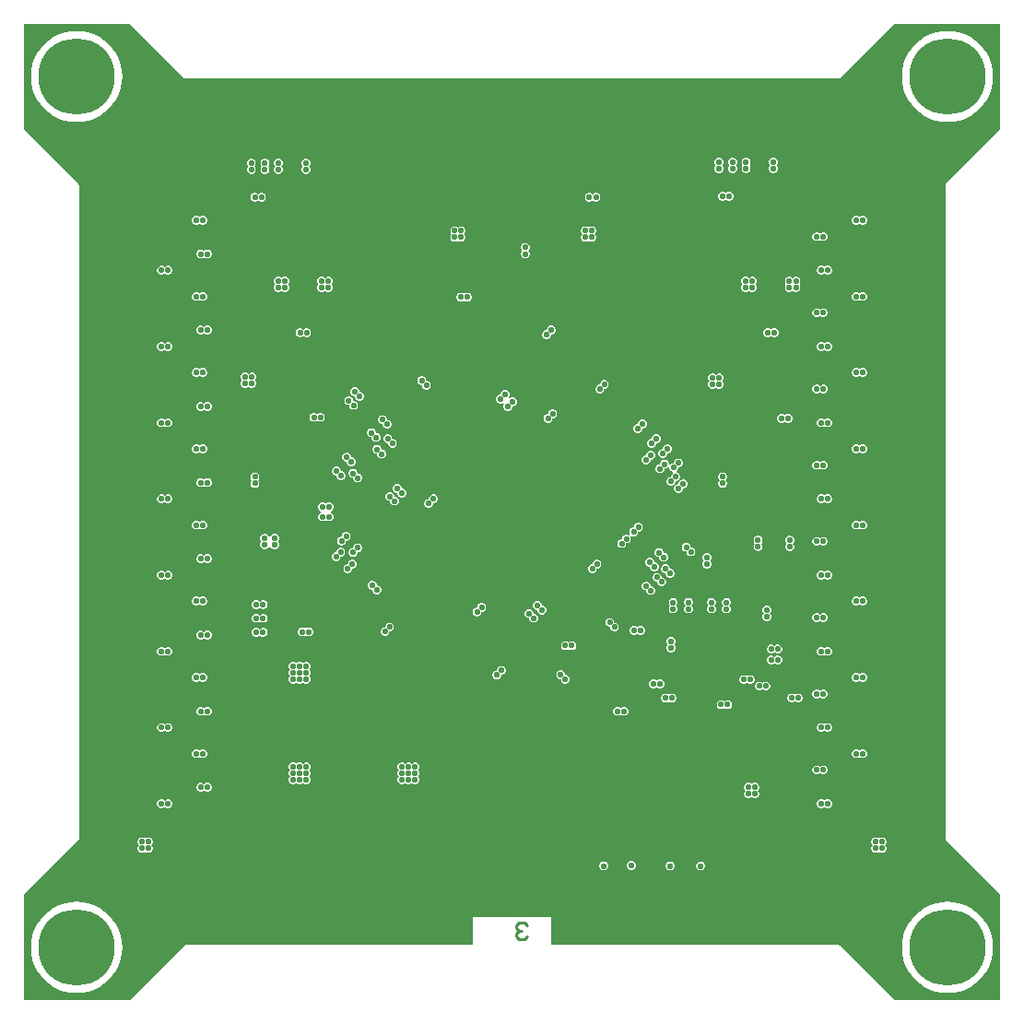
<source format=gbr>
%TF.GenerationSoftware,Altium Limited,Altium Designer,24.0.1 (36)*%
G04 Layer_Physical_Order=3*
G04 Layer_Color=16440176*
%FSLAX45Y45*%
%MOMM*%
%TF.SameCoordinates,E594D193-3514-40B7-BCFE-BF8AFB9400D8*%
%TF.FilePolarity,Positive*%
%TF.FileFunction,Copper,L3,Inr,Signal*%
%TF.Part,Single*%
G01*
G75*
%TA.AperFunction,NonConductor*%
%ADD95C,0.25400*%
%TA.AperFunction,ComponentPad*%
%ADD96C,7.00000*%
%ADD97C,1.52400*%
%TA.AperFunction,ViaPad*%
%ADD98C,0.56000*%
G36*
X8979609Y8008446D02*
X8485582Y7514419D01*
X8481162Y7507803D01*
X8479609Y7499999D01*
Y1500001D01*
X8481162Y1492197D01*
X8485582Y1485581D01*
X8979609Y991554D01*
Y20391D01*
X8008446D01*
X7514419Y514418D01*
X7507803Y518838D01*
X7499999Y520391D01*
X4874326D01*
X4862500Y522500D01*
X4862500Y533091D01*
Y782499D01*
X4137500Y782500D01*
Y533091D01*
X4137499Y522500D01*
X4125673Y520391D01*
X1500001D01*
X1492197Y518838D01*
X1485581Y514418D01*
X991554Y20391D01*
X20391D01*
Y991554D01*
X514418Y1485581D01*
X518838Y1492197D01*
X520391Y1500001D01*
Y7499999D01*
X518838Y7507803D01*
X514418Y7514419D01*
X20391Y8008446D01*
Y8979609D01*
X991554D01*
X1485581Y8485582D01*
X1492197Y8481162D01*
X1500001Y8479609D01*
X7499999D01*
X7507803Y8481162D01*
X7514419Y8485582D01*
X8008446Y8979609D01*
X8979609D01*
Y8008446D01*
D02*
G37*
%LPC*%
G36*
X8500000Y8918997D02*
X8445310Y8915412D01*
X8391555Y8904720D01*
X8339657Y8887103D01*
X8290502Y8862862D01*
X8244931Y8832413D01*
X8203724Y8796276D01*
X8167587Y8755069D01*
X8137138Y8709498D01*
X8112897Y8660343D01*
X8095280Y8608445D01*
X8084588Y8554690D01*
X8081003Y8500000D01*
X8084588Y8445310D01*
X8095280Y8391555D01*
X8112897Y8339657D01*
X8137138Y8290502D01*
X8167587Y8244931D01*
X8203724Y8203724D01*
X8244931Y8167587D01*
X8290502Y8137138D01*
X8339657Y8112897D01*
X8391555Y8095280D01*
X8445310Y8084588D01*
X8500000Y8081003D01*
X8554690Y8084588D01*
X8608445Y8095280D01*
X8660343Y8112897D01*
X8709498Y8137138D01*
X8755069Y8167587D01*
X8796276Y8203724D01*
X8832413Y8244931D01*
X8862862Y8290502D01*
X8887103Y8339657D01*
X8904720Y8391555D01*
X8915412Y8445310D01*
X8918997Y8500000D01*
X8915412Y8554690D01*
X8904720Y8608445D01*
X8887103Y8660343D01*
X8862862Y8709498D01*
X8832413Y8755069D01*
X8796276Y8796276D01*
X8755069Y8832413D01*
X8709498Y8862862D01*
X8660343Y8887103D01*
X8608445Y8904720D01*
X8554690Y8915412D01*
X8500000Y8918997D01*
D02*
G37*
G36*
X500000D02*
X445310Y8915412D01*
X391555Y8904720D01*
X339657Y8887103D01*
X290502Y8862862D01*
X244931Y8832413D01*
X203724Y8796276D01*
X167587Y8755069D01*
X137138Y8709498D01*
X112897Y8660343D01*
X95280Y8608445D01*
X84588Y8554690D01*
X81003Y8500000D01*
X84588Y8445310D01*
X95280Y8391555D01*
X112897Y8339657D01*
X137138Y8290502D01*
X167587Y8244931D01*
X203724Y8203724D01*
X244931Y8167587D01*
X290501Y8137138D01*
X339657Y8112897D01*
X391555Y8095280D01*
X445310Y8084588D01*
X500000Y8081003D01*
X554690Y8084588D01*
X608445Y8095280D01*
X660343Y8112897D01*
X709499Y8137138D01*
X755069Y8167587D01*
X796276Y8203724D01*
X832413Y8244931D01*
X862862Y8290502D01*
X887103Y8339657D01*
X904720Y8391555D01*
X915412Y8445310D01*
X918997Y8500000D01*
X915412Y8554690D01*
X904720Y8608445D01*
X887103Y8660343D01*
X862862Y8709498D01*
X832413Y8755069D01*
X796276Y8796276D01*
X755069Y8832413D01*
X709499Y8862862D01*
X660343Y8887103D01*
X608445Y8904720D01*
X554690Y8915412D01*
X500000Y8918997D01*
D02*
G37*
G36*
X6908095Y7753200D02*
X6891904D01*
X6876945Y7747004D01*
X6865496Y7735555D01*
X6859299Y7720596D01*
Y7704404D01*
X6865496Y7689446D01*
X6872441Y7682500D01*
X6865496Y7675555D01*
X6859299Y7660596D01*
Y7644404D01*
X6865496Y7629445D01*
X6876945Y7617996D01*
X6891904Y7611800D01*
X6908095D01*
X6923054Y7617996D01*
X6934503Y7629445D01*
X6940699Y7644404D01*
Y7660596D01*
X6934503Y7675555D01*
X6927557Y7682500D01*
X6934503Y7689446D01*
X6940699Y7704404D01*
Y7720596D01*
X6934503Y7735555D01*
X6923054Y7747004D01*
X6908095Y7753200D01*
D02*
G37*
G36*
X6658095D02*
X6641904D01*
X6626945Y7747004D01*
X6615496Y7735555D01*
X6609299Y7720596D01*
Y7704404D01*
X6615496Y7689446D01*
X6622441Y7682500D01*
X6615496Y7675555D01*
X6609299Y7660596D01*
Y7644404D01*
X6615496Y7629445D01*
X6626945Y7617996D01*
X6641904Y7611800D01*
X6658095D01*
X6673054Y7617996D01*
X6684503Y7629445D01*
X6690699Y7644404D01*
Y7660596D01*
X6684503Y7675555D01*
X6677557Y7682500D01*
X6684503Y7689446D01*
X6690699Y7704404D01*
Y7720596D01*
X6684503Y7735555D01*
X6673054Y7747004D01*
X6658095Y7753200D01*
D02*
G37*
G36*
X6533095D02*
X6516904D01*
X6501945Y7747004D01*
X6490496Y7735555D01*
X6484299Y7720596D01*
Y7704404D01*
X6490496Y7689446D01*
X6497441Y7682500D01*
X6490496Y7675555D01*
X6484299Y7660596D01*
Y7644404D01*
X6490496Y7629445D01*
X6501945Y7617996D01*
X6516904Y7611800D01*
X6533095D01*
X6548054Y7617996D01*
X6559503Y7629445D01*
X6565699Y7644404D01*
Y7660596D01*
X6559503Y7675555D01*
X6552557Y7682500D01*
X6559503Y7689446D01*
X6565699Y7704404D01*
Y7720596D01*
X6559503Y7735555D01*
X6548054Y7747004D01*
X6533095Y7753200D01*
D02*
G37*
G36*
X6408095D02*
X6391904D01*
X6376945Y7747004D01*
X6365496Y7735555D01*
X6359299Y7720596D01*
Y7704404D01*
X6365496Y7689446D01*
X6372441Y7682500D01*
X6365496Y7675555D01*
X6359299Y7660596D01*
Y7644404D01*
X6365496Y7629445D01*
X6376945Y7617996D01*
X6391904Y7611800D01*
X6408095D01*
X6423054Y7617996D01*
X6434503Y7629445D01*
X6440699Y7644404D01*
Y7660596D01*
X6434503Y7675555D01*
X6427557Y7682500D01*
X6434503Y7689446D01*
X6440699Y7704404D01*
Y7720596D01*
X6434503Y7735555D01*
X6423054Y7747004D01*
X6408095Y7753200D01*
D02*
G37*
G36*
X2613095Y7748200D02*
X2596904D01*
X2581945Y7742004D01*
X2570496Y7730555D01*
X2564299Y7715596D01*
Y7699404D01*
X2570496Y7684445D01*
X2577441Y7677500D01*
X2570496Y7670554D01*
X2564299Y7655596D01*
Y7639404D01*
X2570496Y7624445D01*
X2581945Y7612996D01*
X2596904Y7606800D01*
X2613095D01*
X2628054Y7612996D01*
X2639503Y7624445D01*
X2645699Y7639404D01*
Y7655596D01*
X2639503Y7670554D01*
X2632558Y7677500D01*
X2639503Y7684445D01*
X2645699Y7699404D01*
Y7715596D01*
X2639503Y7730555D01*
X2628054Y7742004D01*
X2613095Y7748200D01*
D02*
G37*
G36*
X2363095D02*
X2346904D01*
X2331945Y7742004D01*
X2320496Y7730555D01*
X2314299Y7715596D01*
Y7699404D01*
X2320496Y7684445D01*
X2327441Y7677500D01*
X2320496Y7670554D01*
X2314299Y7655596D01*
Y7639404D01*
X2320496Y7624445D01*
X2331945Y7612996D01*
X2346904Y7606800D01*
X2363095D01*
X2378054Y7612996D01*
X2389503Y7624445D01*
X2395699Y7639404D01*
Y7655596D01*
X2389503Y7670554D01*
X2382558Y7677500D01*
X2389503Y7684445D01*
X2395699Y7699404D01*
Y7715596D01*
X2389503Y7730555D01*
X2378054Y7742004D01*
X2363095Y7748200D01*
D02*
G37*
G36*
X2238095D02*
X2221904D01*
X2206945Y7742004D01*
X2195496Y7730555D01*
X2189299Y7715596D01*
Y7699404D01*
X2195496Y7684445D01*
X2202441Y7677500D01*
X2195496Y7670554D01*
X2189299Y7655596D01*
Y7639404D01*
X2195496Y7624445D01*
X2206945Y7612996D01*
X2221904Y7606800D01*
X2238095D01*
X2253054Y7612996D01*
X2264503Y7624445D01*
X2270699Y7639404D01*
Y7655596D01*
X2264503Y7670554D01*
X2257558Y7677500D01*
X2264503Y7684445D01*
X2270699Y7699404D01*
Y7715596D01*
X2264503Y7730555D01*
X2253054Y7742004D01*
X2238095Y7748200D01*
D02*
G37*
G36*
X2113095D02*
X2096904D01*
X2081945Y7742004D01*
X2070496Y7730555D01*
X2064299Y7715596D01*
Y7699404D01*
X2070496Y7684445D01*
X2077441Y7677500D01*
X2070496Y7670554D01*
X2064299Y7655596D01*
Y7639404D01*
X2070496Y7624445D01*
X2081945Y7612996D01*
X2096904Y7606800D01*
X2113095D01*
X2128054Y7612996D01*
X2139503Y7624445D01*
X2145699Y7639404D01*
Y7655596D01*
X2139503Y7670554D01*
X2132558Y7677500D01*
X2139503Y7684445D01*
X2145699Y7699404D01*
Y7715596D01*
X2139503Y7730555D01*
X2128054Y7742004D01*
X2113095Y7748200D01*
D02*
G37*
G36*
X6500478Y7438344D02*
X6484287D01*
X6469328Y7432147D01*
X6462383Y7425202D01*
X6455437Y7432147D01*
X6440479Y7438344D01*
X6424287D01*
X6409328Y7432147D01*
X6397879Y7420698D01*
X6391683Y7405739D01*
Y7389548D01*
X6397879Y7374589D01*
X6409328Y7363140D01*
X6424287Y7356944D01*
X6440479D01*
X6455437Y7363140D01*
X6462383Y7370085D01*
X6469328Y7363140D01*
X6484287Y7356944D01*
X6500478D01*
X6515437Y7363140D01*
X6526886Y7374589D01*
X6533083Y7389548D01*
Y7405739D01*
X6526886Y7420698D01*
X6515437Y7432147D01*
X6500478Y7438344D01*
D02*
G37*
G36*
X2205478Y7433344D02*
X2189287D01*
X2174328Y7427147D01*
X2167383Y7420202D01*
X2160437Y7427147D01*
X2145479Y7433344D01*
X2129287D01*
X2114328Y7427147D01*
X2102879Y7415698D01*
X2096683Y7400739D01*
Y7384548D01*
X2102879Y7369589D01*
X2114328Y7358140D01*
X2129287Y7351944D01*
X2145479D01*
X2160437Y7358140D01*
X2167383Y7365085D01*
X2174328Y7358140D01*
X2189287Y7351944D01*
X2205478D01*
X2220437Y7358140D01*
X2231886Y7369589D01*
X2238083Y7384548D01*
Y7400739D01*
X2231886Y7415698D01*
X2220437Y7427147D01*
X2205478Y7433344D01*
D02*
G37*
G36*
X5278213Y7430556D02*
X5262022D01*
X5247063Y7424359D01*
X5240118Y7417414D01*
X5233172Y7424359D01*
X5218213Y7430556D01*
X5202022D01*
X5187063Y7424359D01*
X5175614Y7412910D01*
X5169418Y7397951D01*
Y7381760D01*
X5175614Y7366801D01*
X5187063Y7355352D01*
X5202022Y7349156D01*
X5218213D01*
X5233172Y7355352D01*
X5240118Y7362297D01*
X5247063Y7355352D01*
X5262022Y7349156D01*
X5278213D01*
X5293172Y7355352D01*
X5304621Y7366801D01*
X5310817Y7381760D01*
Y7397951D01*
X5304621Y7412910D01*
X5293172Y7424359D01*
X5278213Y7430556D01*
D02*
G37*
G36*
X1668096Y7220700D02*
X1651904D01*
X1636945Y7214504D01*
X1630000Y7207558D01*
X1623055Y7214504D01*
X1608096Y7220700D01*
X1591904D01*
X1576946Y7214504D01*
X1565496Y7203055D01*
X1559300Y7188096D01*
Y7171904D01*
X1565496Y7156946D01*
X1576946Y7145497D01*
X1591904Y7139300D01*
X1608096D01*
X1623055Y7145497D01*
X1630000Y7152442D01*
X1636945Y7145497D01*
X1651904Y7139300D01*
X1668096D01*
X1683055Y7145497D01*
X1694504Y7156946D01*
X1700700Y7171904D01*
Y7188096D01*
X1694504Y7203055D01*
X1683055Y7214504D01*
X1668096Y7220700D01*
D02*
G37*
G36*
X7728096Y7220699D02*
X7711904D01*
X7696945Y7214503D01*
X7690000Y7207557D01*
X7683054Y7214503D01*
X7668096Y7220699D01*
X7651904D01*
X7636945Y7214503D01*
X7625496Y7203054D01*
X7619300Y7188095D01*
Y7171903D01*
X7625496Y7156945D01*
X7636945Y7145495D01*
X7651904Y7139299D01*
X7668096D01*
X7683054Y7145495D01*
X7690000Y7152441D01*
X7696945Y7145495D01*
X7711904Y7139299D01*
X7728096D01*
X7743054Y7145495D01*
X7754503Y7156945D01*
X7760700Y7171903D01*
Y7188095D01*
X7754503Y7203054D01*
X7743054Y7214503D01*
X7728096Y7220699D01*
D02*
G37*
G36*
X5241124Y7123825D02*
X5224932D01*
X5209973Y7117629D01*
X5203028Y7110684D01*
X5196083Y7117629D01*
X5181124Y7123825D01*
X5164933D01*
X5149974Y7117629D01*
X5138525Y7106180D01*
X5132328Y7091221D01*
Y7075030D01*
X5138525Y7060071D01*
X5145470Y7053125D01*
X5138525Y7046180D01*
X5132328Y7031221D01*
Y7015030D01*
X5138525Y7000071D01*
X5149974Y6988622D01*
X5164933Y6982425D01*
X5181124D01*
X5196083Y6988622D01*
X5203028Y6995567D01*
X5209973Y6988622D01*
X5224932Y6982425D01*
X5241124D01*
X5256082Y6988622D01*
X5267532Y7000071D01*
X5273728Y7015030D01*
Y7031221D01*
X5267532Y7046180D01*
X5260586Y7053125D01*
X5267532Y7060071D01*
X5273728Y7075030D01*
Y7091221D01*
X5267532Y7106180D01*
X5256082Y7117629D01*
X5241124Y7123825D01*
D02*
G37*
G36*
X4041123D02*
X4024932D01*
X4009973Y7117629D01*
X4003028Y7110684D01*
X3996083Y7117629D01*
X3981124Y7123825D01*
X3964932D01*
X3949974Y7117629D01*
X3938525Y7106180D01*
X3932328Y7091221D01*
Y7075030D01*
X3938525Y7060071D01*
X3945470Y7053125D01*
X3938525Y7046180D01*
X3932328Y7031221D01*
Y7015030D01*
X3938525Y7000071D01*
X3949974Y6988622D01*
X3964932Y6982425D01*
X3981124D01*
X3996083Y6988622D01*
X4003028Y6995567D01*
X4009973Y6988622D01*
X4024932Y6982425D01*
X4041123D01*
X4056082Y6988622D01*
X4067531Y7000071D01*
X4073728Y7015030D01*
Y7031221D01*
X4067531Y7046180D01*
X4060586Y7053125D01*
X4067531Y7060071D01*
X4073728Y7075030D01*
Y7091221D01*
X4067531Y7106180D01*
X4056082Y7117629D01*
X4041123Y7123825D01*
D02*
G37*
G36*
X7368096Y7070699D02*
X7351905D01*
X7336946Y7064503D01*
X7330000Y7057557D01*
X7323055Y7064503D01*
X7308096Y7070699D01*
X7291905D01*
X7276946Y7064503D01*
X7265497Y7053054D01*
X7259300Y7038095D01*
Y7021903D01*
X7265497Y7006945D01*
X7276946Y6995496D01*
X7291905Y6989299D01*
X7308096D01*
X7323055Y6995496D01*
X7330000Y7002441D01*
X7336946Y6995496D01*
X7351905Y6989299D01*
X7368096D01*
X7383055Y6995496D01*
X7394504Y7006945D01*
X7400700Y7021903D01*
Y7038095D01*
X7394504Y7053054D01*
X7383055Y7064503D01*
X7368096Y7070699D01*
D02*
G37*
G36*
X1708095Y6910700D02*
X1691904D01*
X1676945Y6904504D01*
X1669999Y6897558D01*
X1663054Y6904504D01*
X1648095Y6910700D01*
X1631904D01*
X1616945Y6904504D01*
X1605496Y6893055D01*
X1599300Y6878096D01*
Y6861904D01*
X1605496Y6846945D01*
X1616945Y6835496D01*
X1631904Y6829300D01*
X1648095D01*
X1663054Y6835496D01*
X1669999Y6842442D01*
X1676945Y6835496D01*
X1691904Y6829300D01*
X1708095D01*
X1723054Y6835496D01*
X1734503Y6846945D01*
X1740699Y6861904D01*
Y6878096D01*
X1734503Y6893055D01*
X1723054Y6904504D01*
X1708095Y6910700D01*
D02*
G37*
G36*
X4627951Y6970582D02*
X4611760D01*
X4596801Y6964386D01*
X4585352Y6952937D01*
X4579156Y6937978D01*
Y6921787D01*
X4585352Y6906828D01*
X4592297Y6899882D01*
X4585352Y6892937D01*
X4579156Y6877978D01*
Y6861787D01*
X4585352Y6846828D01*
X4596801Y6835379D01*
X4611760Y6829182D01*
X4627951D01*
X4642910Y6835379D01*
X4654359Y6846828D01*
X4660556Y6861787D01*
Y6877978D01*
X4654359Y6892937D01*
X4647414Y6899882D01*
X4654359Y6906828D01*
X4660556Y6921787D01*
Y6937978D01*
X4654359Y6952937D01*
X4642910Y6964386D01*
X4627951Y6970582D01*
D02*
G37*
G36*
X1348096Y6760700D02*
X1331904D01*
X1316945Y6754504D01*
X1310000Y6747558D01*
X1303055Y6754504D01*
X1288096Y6760700D01*
X1271904D01*
X1256945Y6754504D01*
X1245496Y6743055D01*
X1239300Y6728096D01*
Y6711904D01*
X1245496Y6696945D01*
X1256945Y6685496D01*
X1271904Y6679300D01*
X1288096D01*
X1303055Y6685496D01*
X1310000Y6692442D01*
X1316945Y6685496D01*
X1331904Y6679300D01*
X1348096D01*
X1363054Y6685496D01*
X1374503Y6696945D01*
X1380700Y6711904D01*
Y6728096D01*
X1374503Y6743055D01*
X1363054Y6754504D01*
X1348096Y6760700D01*
D02*
G37*
G36*
X7408095Y6760699D02*
X7391904D01*
X7376945Y6754503D01*
X7370000Y6747557D01*
X7363054Y6754503D01*
X7348096Y6760699D01*
X7331904D01*
X7316945Y6754503D01*
X7305496Y6743054D01*
X7299300Y6728095D01*
Y6711903D01*
X7305496Y6696944D01*
X7316945Y6685495D01*
X7331904Y6679299D01*
X7348096D01*
X7363054Y6685495D01*
X7370000Y6692441D01*
X7376945Y6685495D01*
X7391904Y6679299D01*
X7408095D01*
X7423054Y6685495D01*
X7434503Y6696944D01*
X7440700Y6711903D01*
Y6728095D01*
X7434503Y6743054D01*
X7423054Y6754503D01*
X7408095Y6760699D01*
D02*
G37*
G36*
X7115624Y6660584D02*
X7099432D01*
X7084474Y6654387D01*
X7077528Y6647442D01*
X7070583Y6654387D01*
X7055624Y6660584D01*
X7039433D01*
X7024474Y6654387D01*
X7013025Y6642938D01*
X7006829Y6627979D01*
Y6611788D01*
X7013025Y6596829D01*
X7019970Y6589884D01*
X7013025Y6582938D01*
X7006829Y6567979D01*
Y6551788D01*
X7013025Y6536829D01*
X7024474Y6525380D01*
X7039433Y6519184D01*
X7055624D01*
X7070583Y6525380D01*
X7077528Y6532325D01*
X7084474Y6525380D01*
X7099432Y6519184D01*
X7115624D01*
X7130583Y6525380D01*
X7142032Y6536829D01*
X7148228Y6551788D01*
Y6567979D01*
X7142032Y6582938D01*
X7135086Y6589884D01*
X7142032Y6596829D01*
X7148228Y6611788D01*
Y6627979D01*
X7142032Y6642938D01*
X7130583Y6654387D01*
X7115624Y6660584D01*
D02*
G37*
G36*
X6715624D02*
X6699432D01*
X6684474Y6654387D01*
X6677528Y6647442D01*
X6670583Y6654387D01*
X6655624Y6660584D01*
X6639433D01*
X6624474Y6654387D01*
X6613025Y6642938D01*
X6606829Y6627979D01*
Y6611788D01*
X6613025Y6596829D01*
X6619970Y6589884D01*
X6613025Y6582938D01*
X6606829Y6567979D01*
Y6551788D01*
X6613025Y6536829D01*
X6624474Y6525380D01*
X6639433Y6519184D01*
X6655624D01*
X6670583Y6525380D01*
X6677528Y6532325D01*
X6684474Y6525380D01*
X6699432Y6519184D01*
X6715624D01*
X6730583Y6525380D01*
X6742032Y6536829D01*
X6748228Y6551788D01*
Y6567979D01*
X6742032Y6582938D01*
X6735086Y6589884D01*
X6742032Y6596829D01*
X6748228Y6611788D01*
Y6627979D01*
X6742032Y6642938D01*
X6730583Y6654387D01*
X6715624Y6660584D01*
D02*
G37*
G36*
X2820624D02*
X2804432D01*
X2789473Y6654387D01*
X2782528Y6647442D01*
X2775583Y6654387D01*
X2760624Y6660584D01*
X2744433D01*
X2729474Y6654387D01*
X2718025Y6642938D01*
X2711828Y6627979D01*
Y6611788D01*
X2718025Y6596829D01*
X2724970Y6589884D01*
X2718025Y6582938D01*
X2711828Y6567979D01*
Y6551788D01*
X2718025Y6536829D01*
X2729474Y6525380D01*
X2744433Y6519184D01*
X2760624D01*
X2775583Y6525380D01*
X2782528Y6532325D01*
X2789473Y6525380D01*
X2804432Y6519184D01*
X2820624D01*
X2835583Y6525380D01*
X2847032Y6536829D01*
X2853228Y6551788D01*
Y6567979D01*
X2847032Y6582938D01*
X2840086Y6589884D01*
X2847032Y6596829D01*
X2853228Y6611788D01*
Y6627979D01*
X2847032Y6642938D01*
X2835583Y6654387D01*
X2820624Y6660584D01*
D02*
G37*
G36*
X2420624D02*
X2404432D01*
X2389474Y6654387D01*
X2382528Y6647442D01*
X2375583Y6654387D01*
X2360624Y6660584D01*
X2344433D01*
X2329474Y6654387D01*
X2318025Y6642938D01*
X2311828Y6627979D01*
Y6611788D01*
X2318025Y6596829D01*
X2324970Y6589884D01*
X2318025Y6582938D01*
X2311828Y6567979D01*
Y6551788D01*
X2318025Y6536829D01*
X2329474Y6525380D01*
X2344433Y6519184D01*
X2360624D01*
X2375583Y6525380D01*
X2382528Y6532325D01*
X2389474Y6525380D01*
X2404432Y6519184D01*
X2420624D01*
X2435583Y6525380D01*
X2447032Y6536829D01*
X2453228Y6551788D01*
Y6567979D01*
X2447032Y6582938D01*
X2440086Y6589884D01*
X2447032Y6596829D01*
X2453228Y6611788D01*
Y6627979D01*
X2447032Y6642938D01*
X2435583Y6654387D01*
X2420624Y6660584D01*
D02*
G37*
G36*
X7728096Y6520699D02*
X7711904D01*
X7696945Y6514503D01*
X7690000Y6507557D01*
X7683054Y6514503D01*
X7668096Y6520699D01*
X7651904D01*
X7636945Y6514503D01*
X7625496Y6503054D01*
X7619300Y6488095D01*
Y6471903D01*
X7625496Y6456945D01*
X7636945Y6445496D01*
X7651904Y6439299D01*
X7668096D01*
X7683054Y6445496D01*
X7690000Y6452441D01*
X7696945Y6445496D01*
X7711904Y6439299D01*
X7728096D01*
X7743054Y6445496D01*
X7754503Y6456945D01*
X7760700Y6471903D01*
Y6488095D01*
X7754503Y6503054D01*
X7743054Y6514503D01*
X7728096Y6520699D01*
D02*
G37*
G36*
X1668096D02*
X1651904D01*
X1636946Y6514503D01*
X1630000Y6507557D01*
X1623055Y6514503D01*
X1608096Y6520699D01*
X1591905D01*
X1576946Y6514503D01*
X1565497Y6503054D01*
X1559300Y6488095D01*
Y6471903D01*
X1565497Y6456945D01*
X1576946Y6445496D01*
X1591905Y6439299D01*
X1608096D01*
X1623055Y6445496D01*
X1630000Y6452441D01*
X1636946Y6445496D01*
X1651904Y6439299D01*
X1668096D01*
X1683055Y6445496D01*
X1694504Y6456945D01*
X1700700Y6471903D01*
Y6488095D01*
X1694504Y6503054D01*
X1683055Y6514503D01*
X1668096Y6520699D01*
D02*
G37*
G36*
X4097376Y6513439D02*
X4081184D01*
X4066225Y6507243D01*
X4059280Y6500298D01*
X4052335Y6507243D01*
X4037376Y6513439D01*
X4021184D01*
X4006225Y6507243D01*
X3994776Y6495794D01*
X3988580Y6480835D01*
Y6464644D01*
X3994776Y6449685D01*
X4006225Y6438236D01*
X4021184Y6432039D01*
X4037376D01*
X4052335Y6438236D01*
X4059280Y6445181D01*
X4066225Y6438236D01*
X4081184Y6432039D01*
X4097376D01*
X4112334Y6438236D01*
X4123783Y6449685D01*
X4129980Y6464644D01*
Y6480835D01*
X4123783Y6495794D01*
X4112334Y6507243D01*
X4097376Y6513439D01*
D02*
G37*
G36*
X7368096Y6370699D02*
X7351905D01*
X7336946Y6364503D01*
X7330000Y6357558D01*
X7323055Y6364503D01*
X7308096Y6370699D01*
X7291905D01*
X7276946Y6364503D01*
X7265497Y6353054D01*
X7259300Y6338095D01*
Y6321904D01*
X7265497Y6306945D01*
X7276946Y6295496D01*
X7291905Y6289299D01*
X7308096D01*
X7323055Y6295496D01*
X7330000Y6302441D01*
X7336946Y6295496D01*
X7351905Y6289299D01*
X7368096D01*
X7383055Y6295496D01*
X7394504Y6306945D01*
X7400700Y6321904D01*
Y6338095D01*
X7394504Y6353054D01*
X7383055Y6364503D01*
X7368096Y6370699D01*
D02*
G37*
G36*
X1708095Y6210699D02*
X1691904D01*
X1676945Y6204503D01*
X1670000Y6197557D01*
X1663054Y6204503D01*
X1648096Y6210699D01*
X1631904D01*
X1616945Y6204503D01*
X1605496Y6193054D01*
X1599300Y6178095D01*
Y6161903D01*
X1605496Y6146945D01*
X1616945Y6135495D01*
X1631904Y6129299D01*
X1648096D01*
X1663054Y6135495D01*
X1670000Y6142441D01*
X1676945Y6135495D01*
X1691904Y6129299D01*
X1708095D01*
X1723054Y6135495D01*
X1734503Y6146945D01*
X1740700Y6161903D01*
Y6178095D01*
X1734503Y6193054D01*
X1723054Y6204503D01*
X1708095Y6210699D01*
D02*
G37*
G36*
X6915478Y6188343D02*
X6899287D01*
X6884328Y6182147D01*
X6877383Y6175202D01*
X6870437Y6182147D01*
X6855479Y6188343D01*
X6839287D01*
X6824328Y6182147D01*
X6812879Y6170698D01*
X6806683Y6155739D01*
Y6139548D01*
X6812879Y6124589D01*
X6824328Y6113140D01*
X6839287Y6106944D01*
X6855479D01*
X6870437Y6113140D01*
X6877383Y6120085D01*
X6884328Y6113140D01*
X6899287Y6106944D01*
X6915478D01*
X6930437Y6113140D01*
X6941886Y6124589D01*
X6948083Y6139548D01*
Y6155739D01*
X6941886Y6170698D01*
X6930437Y6182147D01*
X6915478Y6188343D01*
D02*
G37*
G36*
X2620478D02*
X2604287D01*
X2589328Y6182147D01*
X2582383Y6175202D01*
X2575437Y6182147D01*
X2560478Y6188343D01*
X2544287D01*
X2529328Y6182147D01*
X2517879Y6170698D01*
X2511683Y6155739D01*
Y6139548D01*
X2517879Y6124589D01*
X2529328Y6113140D01*
X2544287Y6106944D01*
X2560478D01*
X2575437Y6113140D01*
X2582383Y6120085D01*
X2589328Y6113140D01*
X2604287Y6106944D01*
X2620478D01*
X2635437Y6113140D01*
X2646886Y6124589D01*
X2653083Y6139548D01*
Y6155739D01*
X2646886Y6170698D01*
X2635437Y6182147D01*
X2620478Y6188343D01*
D02*
G37*
G36*
X4865741Y6210537D02*
X4849549D01*
X4834591Y6204341D01*
X4823141Y6192892D01*
X4816945Y6177933D01*
Y6168111D01*
X4807123D01*
X4792164Y6161915D01*
X4780715Y6150466D01*
X4774519Y6135507D01*
Y6119316D01*
X4780715Y6104357D01*
X4792164Y6092908D01*
X4807123Y6086711D01*
X4823314D01*
X4838273Y6092908D01*
X4849722Y6104357D01*
X4855919Y6119316D01*
Y6129138D01*
X4865741D01*
X4880700Y6135334D01*
X4892149Y6146783D01*
X4898345Y6161742D01*
Y6177933D01*
X4892149Y6192892D01*
X4880700Y6204341D01*
X4865741Y6210537D01*
D02*
G37*
G36*
X7408095Y6060699D02*
X7391904D01*
X7376945Y6054503D01*
X7370000Y6047557D01*
X7363054Y6054503D01*
X7348096Y6060699D01*
X7331904D01*
X7316945Y6054503D01*
X7305496Y6043054D01*
X7299300Y6028095D01*
Y6011903D01*
X7305496Y5996945D01*
X7316945Y5985496D01*
X7331904Y5979299D01*
X7348096D01*
X7363054Y5985496D01*
X7370000Y5992441D01*
X7376945Y5985496D01*
X7391904Y5979299D01*
X7408095D01*
X7423054Y5985496D01*
X7434503Y5996945D01*
X7440700Y6011903D01*
Y6028095D01*
X7434503Y6043054D01*
X7423054Y6054503D01*
X7408095Y6060699D01*
D02*
G37*
G36*
X1348096D02*
X1331904D01*
X1316946Y6054503D01*
X1310000Y6047557D01*
X1303055Y6054503D01*
X1288096Y6060699D01*
X1271904D01*
X1256946Y6054503D01*
X1245497Y6043054D01*
X1239300Y6028095D01*
Y6011903D01*
X1245497Y5996945D01*
X1256946Y5985496D01*
X1271904Y5979299D01*
X1288096D01*
X1303055Y5985496D01*
X1310000Y5992441D01*
X1316946Y5985496D01*
X1331904Y5979299D01*
X1348096D01*
X1363055Y5985496D01*
X1374504Y5996945D01*
X1380700Y6011903D01*
Y6028095D01*
X1374504Y6043054D01*
X1363055Y6054503D01*
X1348096Y6060699D01*
D02*
G37*
G36*
X7728096Y5820699D02*
X7711904D01*
X7696945Y5814503D01*
X7690000Y5807558D01*
X7683054Y5814503D01*
X7668096Y5820699D01*
X7651904D01*
X7636945Y5814503D01*
X7625496Y5803054D01*
X7619300Y5788095D01*
Y5771904D01*
X7625496Y5756945D01*
X7636945Y5745496D01*
X7651904Y5739299D01*
X7668096D01*
X7683054Y5745496D01*
X7690000Y5752441D01*
X7696945Y5745496D01*
X7711904Y5739299D01*
X7728096D01*
X7743054Y5745496D01*
X7754503Y5756945D01*
X7760700Y5771904D01*
Y5788095D01*
X7754503Y5803054D01*
X7743054Y5814503D01*
X7728096Y5820699D01*
D02*
G37*
G36*
X1668096D02*
X1651904D01*
X1636946Y5814503D01*
X1630000Y5807558D01*
X1623055Y5814503D01*
X1608096Y5820699D01*
X1591905D01*
X1576946Y5814503D01*
X1565497Y5803054D01*
X1559300Y5788095D01*
Y5771904D01*
X1565497Y5756945D01*
X1576946Y5745496D01*
X1591905Y5739299D01*
X1608096D01*
X1623055Y5745496D01*
X1630000Y5752441D01*
X1636946Y5745496D01*
X1651904Y5739299D01*
X1668096D01*
X1683055Y5745496D01*
X1694504Y5756945D01*
X1700700Y5771904D01*
Y5788095D01*
X1694504Y5803054D01*
X1683055Y5814503D01*
X1668096Y5820699D01*
D02*
G37*
G36*
X2118124Y5780583D02*
X2101932D01*
X2086973Y5774387D01*
X2080028Y5767442D01*
X2073083Y5774387D01*
X2058124Y5780583D01*
X2041933D01*
X2026974Y5774387D01*
X2015525Y5762938D01*
X2009328Y5747979D01*
Y5731788D01*
X2015525Y5716829D01*
X2022470Y5709883D01*
X2015525Y5702938D01*
X2009328Y5687979D01*
Y5671788D01*
X2015525Y5656829D01*
X2026974Y5645380D01*
X2041933Y5639184D01*
X2058124D01*
X2073083Y5645380D01*
X2080028Y5652325D01*
X2086973Y5645380D01*
X2101932Y5639184D01*
X2118124D01*
X2133083Y5645380D01*
X2144532Y5656829D01*
X2150728Y5671788D01*
Y5687979D01*
X2144532Y5702938D01*
X2137586Y5709883D01*
X2144532Y5716829D01*
X2150728Y5731788D01*
Y5747979D01*
X2144532Y5762938D01*
X2133083Y5774387D01*
X2118124Y5780583D01*
D02*
G37*
G36*
X6411124Y5773825D02*
X6394932D01*
X6379973Y5767629D01*
X6373028Y5760683D01*
X6366083Y5767629D01*
X6351124Y5773825D01*
X6334932D01*
X6319974Y5767629D01*
X6308525Y5756180D01*
X6302328Y5741221D01*
Y5725029D01*
X6308525Y5710071D01*
X6315470Y5703125D01*
X6308525Y5696180D01*
X6302328Y5681221D01*
Y5665030D01*
X6308525Y5650071D01*
X6319974Y5638622D01*
X6334932Y5632425D01*
X6351124D01*
X6366083Y5638622D01*
X6373028Y5645567D01*
X6379973Y5638622D01*
X6394932Y5632425D01*
X6411124D01*
X6426082Y5638622D01*
X6437531Y5650071D01*
X6443728Y5665030D01*
Y5681221D01*
X6437531Y5696180D01*
X6430586Y5703125D01*
X6437531Y5710071D01*
X6443728Y5725029D01*
Y5741221D01*
X6437531Y5756180D01*
X6426082Y5767629D01*
X6411124Y5773825D01*
D02*
G37*
G36*
X7368096Y5670699D02*
X7351905D01*
X7336946Y5664503D01*
X7330000Y5657558D01*
X7323055Y5664503D01*
X7308096Y5670699D01*
X7291905D01*
X7276946Y5664503D01*
X7265497Y5653054D01*
X7259300Y5638095D01*
Y5621904D01*
X7265497Y5606945D01*
X7276946Y5595496D01*
X7291905Y5589299D01*
X7308096D01*
X7323055Y5595496D01*
X7330000Y5602441D01*
X7336946Y5595496D01*
X7351905Y5589299D01*
X7368096D01*
X7383055Y5595496D01*
X7394504Y5606945D01*
X7400700Y5621904D01*
Y5638095D01*
X7394504Y5653054D01*
X7383055Y5664503D01*
X7368096Y5670699D01*
D02*
G37*
G36*
X3678258Y5748345D02*
X3662067D01*
X3647108Y5742149D01*
X3635659Y5730700D01*
X3629463Y5715741D01*
Y5699549D01*
X3635659Y5684591D01*
X3647108Y5673142D01*
X3662067Y5666945D01*
X3671889D01*
Y5657123D01*
X3678085Y5642164D01*
X3689534Y5630715D01*
X3704493Y5624519D01*
X3720684D01*
X3735643Y5630715D01*
X3747092Y5642164D01*
X3753289Y5657123D01*
Y5673315D01*
X3747092Y5688273D01*
X3735643Y5699722D01*
X3720684Y5705919D01*
X3710863D01*
Y5715741D01*
X3704666Y5730700D01*
X3693217Y5742149D01*
X3678258Y5748345D01*
D02*
G37*
G36*
X5355741Y5710537D02*
X5339549D01*
X5324591Y5704341D01*
X5313142Y5692892D01*
X5306945Y5677933D01*
Y5668111D01*
X5297123D01*
X5282164Y5661915D01*
X5270715Y5650466D01*
X5264519Y5635507D01*
Y5619316D01*
X5270715Y5604357D01*
X5282164Y5592908D01*
X5297123Y5586711D01*
X5313314D01*
X5328273Y5592908D01*
X5339722Y5604357D01*
X5345919Y5619316D01*
Y5629138D01*
X5355741D01*
X5370700Y5635334D01*
X5382149Y5646783D01*
X5388345Y5661742D01*
Y5677933D01*
X5382149Y5692892D01*
X5370700Y5704341D01*
X5355741Y5710537D01*
D02*
G37*
G36*
X3065642Y5645520D02*
X3049450D01*
X3034491Y5639324D01*
X3023042Y5627875D01*
X3016846Y5612916D01*
Y5596725D01*
X3023042Y5581766D01*
X3034491Y5570317D01*
X3049450Y5564120D01*
X3059272D01*
Y5554298D01*
X3065469Y5539339D01*
X3076918Y5527890D01*
X3091876Y5521694D01*
X3108068D01*
X3123027Y5527890D01*
X3134476Y5539339D01*
X3140672Y5554298D01*
Y5570490D01*
X3134476Y5585449D01*
X3123027Y5596898D01*
X3108068Y5603094D01*
X3098246D01*
Y5612916D01*
X3092049Y5627875D01*
X3080600Y5639324D01*
X3065642Y5645520D01*
D02*
G37*
G36*
X1708095Y5510699D02*
X1691904D01*
X1676945Y5504503D01*
X1670000Y5497557D01*
X1663054Y5504503D01*
X1648096Y5510699D01*
X1631904D01*
X1616945Y5504503D01*
X1605496Y5493054D01*
X1599300Y5478095D01*
Y5461903D01*
X1605496Y5446945D01*
X1616945Y5435496D01*
X1631904Y5429299D01*
X1648096D01*
X1663054Y5435496D01*
X1670000Y5442441D01*
X1676945Y5435496D01*
X1691904Y5429299D01*
X1708095D01*
X1723054Y5435496D01*
X1734503Y5446945D01*
X1740700Y5461903D01*
Y5478095D01*
X1734503Y5493054D01*
X1723054Y5504503D01*
X1708095Y5510699D01*
D02*
G37*
G36*
X3009073Y5563952D02*
X2992881D01*
X2977923Y5557755D01*
X2966474Y5546306D01*
X2960277Y5531348D01*
Y5515156D01*
X2966474Y5500197D01*
X2977923Y5488748D01*
X2992881Y5482552D01*
X3002704D01*
Y5472730D01*
X3008900Y5457771D01*
X3020349Y5446322D01*
X3035308Y5440126D01*
X3051499D01*
X3066458Y5446322D01*
X3077907Y5457771D01*
X3084104Y5472730D01*
Y5488921D01*
X3077907Y5503880D01*
X3066458Y5515329D01*
X3051499Y5521525D01*
X3041677D01*
Y5531348D01*
X3035481Y5546306D01*
X3024032Y5557755D01*
X3009073Y5563952D01*
D02*
G37*
G36*
X4445741Y5620537D02*
X4429549D01*
X4414591Y5614341D01*
X4403142Y5602892D01*
X4396945Y5587933D01*
Y5578111D01*
X4387123D01*
X4372164Y5571915D01*
X4360715Y5560466D01*
X4354519Y5545507D01*
Y5529316D01*
X4360715Y5514357D01*
X4372164Y5502908D01*
X4387123Y5496711D01*
X4403315D01*
X4418273Y5502908D01*
X4425744Y5493302D01*
X4425496Y5493055D01*
X4419300Y5478096D01*
Y5461904D01*
X4425496Y5446945D01*
X4436945Y5435496D01*
X4451904Y5429300D01*
X4468096D01*
X4483055Y5435496D01*
X4494504Y5446945D01*
X4500700Y5461904D01*
Y5471726D01*
X4510522D01*
X4525481Y5477923D01*
X4536930Y5489372D01*
X4543126Y5504331D01*
Y5520522D01*
X4536930Y5535481D01*
X4525481Y5546930D01*
X4510522Y5553126D01*
X4494331D01*
X4479372Y5546930D01*
X4471902Y5556536D01*
X4472149Y5556783D01*
X4478345Y5571742D01*
Y5587933D01*
X4472149Y5602892D01*
X4460700Y5614341D01*
X4445741Y5620537D01*
D02*
G37*
G36*
X2747978Y5410844D02*
X2731787D01*
X2716828Y5404648D01*
X2709882Y5397702D01*
X2702937Y5404648D01*
X2687978Y5410844D01*
X2671787D01*
X2656828Y5404648D01*
X2645379Y5393199D01*
X2639182Y5378240D01*
Y5362048D01*
X2645379Y5347090D01*
X2656828Y5335641D01*
X2671787Y5329444D01*
X2687978D01*
X2702937Y5335641D01*
X2709882Y5342586D01*
X2716828Y5335641D01*
X2731787Y5329444D01*
X2747978D01*
X2762937Y5335641D01*
X2774386Y5347090D01*
X2780582Y5362048D01*
Y5378240D01*
X2774386Y5393199D01*
X2762937Y5404648D01*
X2747978Y5410844D01*
D02*
G37*
G36*
X7042978Y5400844D02*
X7026787D01*
X7011828Y5394648D01*
X7004882Y5387702D01*
X6997937Y5394648D01*
X6982978Y5400844D01*
X6966787D01*
X6951828Y5394648D01*
X6940379Y5383199D01*
X6934182Y5368240D01*
Y5352048D01*
X6940379Y5337090D01*
X6951828Y5325641D01*
X6966787Y5319444D01*
X6982978D01*
X6997937Y5325641D01*
X7004882Y5332586D01*
X7011828Y5325641D01*
X7026787Y5319444D01*
X7042978D01*
X7057937Y5325641D01*
X7069386Y5337090D01*
X7075582Y5352048D01*
Y5368240D01*
X7069386Y5383199D01*
X7057937Y5394648D01*
X7042978Y5400844D01*
D02*
G37*
G36*
X7408095Y5360699D02*
X7391904D01*
X7376945Y5354503D01*
X7370000Y5347558D01*
X7363054Y5354503D01*
X7348096Y5360699D01*
X7331904D01*
X7316945Y5354503D01*
X7305496Y5343054D01*
X7299300Y5328095D01*
Y5311904D01*
X7305496Y5296945D01*
X7316945Y5285496D01*
X7331904Y5279299D01*
X7348096D01*
X7363054Y5285496D01*
X7370000Y5292441D01*
X7376945Y5285496D01*
X7391904Y5279299D01*
X7408095D01*
X7423054Y5285496D01*
X7434503Y5296945D01*
X7440700Y5311904D01*
Y5328095D01*
X7434503Y5343054D01*
X7423054Y5354503D01*
X7408095Y5360699D01*
D02*
G37*
G36*
X1348096D02*
X1331904D01*
X1316946Y5354503D01*
X1310000Y5347558D01*
X1303055Y5354503D01*
X1288096Y5360699D01*
X1271904D01*
X1256946Y5354503D01*
X1245497Y5343054D01*
X1239300Y5328095D01*
Y5311904D01*
X1245497Y5296945D01*
X1256946Y5285496D01*
X1271904Y5279299D01*
X1288096D01*
X1303055Y5285496D01*
X1310000Y5292441D01*
X1316946Y5285496D01*
X1331904Y5279299D01*
X1348096D01*
X1363055Y5285496D01*
X1374504Y5296945D01*
X1380700Y5311904D01*
Y5328095D01*
X1374504Y5343054D01*
X1363055Y5354503D01*
X1348096Y5360699D01*
D02*
G37*
G36*
X4880741Y5443037D02*
X4864550D01*
X4849591Y5436841D01*
X4838142Y5425392D01*
X4831945Y5410433D01*
Y5400611D01*
X4822123D01*
X4807164Y5394415D01*
X4795715Y5382966D01*
X4789519Y5368007D01*
Y5351816D01*
X4795715Y5336857D01*
X4807164Y5325408D01*
X4822123Y5319211D01*
X4838315D01*
X4853274Y5325408D01*
X4864723Y5336857D01*
X4870919Y5351816D01*
Y5361637D01*
X4880741D01*
X4895700Y5367834D01*
X4907149Y5379283D01*
X4913345Y5394242D01*
Y5410433D01*
X4907149Y5425392D01*
X4895700Y5436841D01*
X4880741Y5443037D01*
D02*
G37*
G36*
X3318258Y5388345D02*
X3302067D01*
X3287108Y5382149D01*
X3275659Y5370700D01*
X3269463Y5355741D01*
Y5339549D01*
X3275659Y5324591D01*
X3287108Y5313142D01*
X3302067Y5306945D01*
X3311889D01*
Y5297123D01*
X3318085Y5282164D01*
X3329534Y5270715D01*
X3344493Y5264519D01*
X3360684D01*
X3375643Y5270715D01*
X3387092Y5282164D01*
X3393289Y5297123D01*
Y5313314D01*
X3387092Y5328273D01*
X3375643Y5339722D01*
X3360684Y5345919D01*
X3350862D01*
Y5355741D01*
X3344666Y5370700D01*
X3333217Y5382149D01*
X3318258Y5388345D01*
D02*
G37*
G36*
X5705741Y5350537D02*
X5689549D01*
X5674591Y5344341D01*
X5663142Y5332892D01*
X5656945Y5317933D01*
Y5308111D01*
X5647123D01*
X5632164Y5301915D01*
X5620715Y5290466D01*
X5614519Y5275507D01*
Y5259316D01*
X5620715Y5244357D01*
X5632164Y5232908D01*
X5647123Y5226711D01*
X5663315D01*
X5678273Y5232908D01*
X5689722Y5244357D01*
X5695919Y5259316D01*
Y5269138D01*
X5705741D01*
X5720700Y5275334D01*
X5732149Y5286783D01*
X5738345Y5301742D01*
Y5317933D01*
X5732149Y5332892D01*
X5720700Y5344341D01*
X5705741Y5350537D01*
D02*
G37*
G36*
X3215669Y5268127D02*
X3199478D01*
X3184519Y5261930D01*
X3173070Y5250481D01*
X3166874Y5235522D01*
Y5219331D01*
X3173070Y5204372D01*
X3184519Y5192923D01*
X3199478Y5186727D01*
X3209300D01*
Y5176905D01*
X3215496Y5161946D01*
X3226946Y5150497D01*
X3241904Y5144300D01*
X3258096D01*
X3273055Y5150497D01*
X3284504Y5161946D01*
X3290700Y5176905D01*
Y5193096D01*
X3284504Y5208055D01*
X3273055Y5219504D01*
X3258096Y5225700D01*
X3248274D01*
Y5235522D01*
X3242077Y5250481D01*
X3230628Y5261930D01*
X3215669Y5268127D01*
D02*
G37*
G36*
X7728096Y5120699D02*
X7711904D01*
X7696945Y5114503D01*
X7690000Y5107558D01*
X7683054Y5114503D01*
X7668096Y5120699D01*
X7651904D01*
X7636945Y5114503D01*
X7625496Y5103054D01*
X7619300Y5088095D01*
Y5071904D01*
X7625496Y5056945D01*
X7636945Y5045496D01*
X7651904Y5039300D01*
X7668096D01*
X7683054Y5045496D01*
X7690000Y5052441D01*
X7696945Y5045496D01*
X7711904Y5039300D01*
X7728096D01*
X7743054Y5045496D01*
X7754503Y5056945D01*
X7760700Y5071904D01*
Y5088095D01*
X7754503Y5103054D01*
X7743054Y5114503D01*
X7728096Y5120699D01*
D02*
G37*
G36*
X1668096D02*
X1651904D01*
X1636946Y5114503D01*
X1630000Y5107558D01*
X1623055Y5114503D01*
X1608096Y5120699D01*
X1591905D01*
X1576946Y5114503D01*
X1565497Y5103054D01*
X1559300Y5088095D01*
Y5071904D01*
X1565497Y5056945D01*
X1576946Y5045496D01*
X1591905Y5039300D01*
X1608096D01*
X1623055Y5045496D01*
X1630000Y5052441D01*
X1636946Y5045496D01*
X1651904Y5039300D01*
X1668096D01*
X1683055Y5045496D01*
X1694504Y5056945D01*
X1700700Y5071904D01*
Y5088095D01*
X1694504Y5103054D01*
X1683055Y5114503D01*
X1668096Y5120699D01*
D02*
G37*
G36*
X3365504Y5215515D02*
X3349312D01*
X3334353Y5209319D01*
X3322904Y5197870D01*
X3316708Y5182911D01*
Y5166720D01*
X3322904Y5151761D01*
X3334353Y5140312D01*
X3349312Y5134115D01*
X3359134D01*
Y5124293D01*
X3365331Y5109334D01*
X3376780Y5097885D01*
X3391738Y5091689D01*
X3407930D01*
X3422889Y5097885D01*
X3434338Y5109334D01*
X3440534Y5124293D01*
Y5140485D01*
X3434338Y5155444D01*
X3422889Y5166893D01*
X3407930Y5173089D01*
X3398108D01*
Y5182911D01*
X3391911Y5197870D01*
X3380462Y5209319D01*
X3365504Y5215515D01*
D02*
G37*
G36*
X5832912Y5213292D02*
X5816720D01*
X5801761Y5207096D01*
X5790312Y5195647D01*
X5784116Y5180688D01*
Y5170866D01*
X5774294D01*
X5759335Y5164669D01*
X5747886Y5153220D01*
X5741690Y5138262D01*
Y5122070D01*
X5747886Y5107111D01*
X5759335Y5095662D01*
X5774294Y5089466D01*
X5790485D01*
X5805444Y5095662D01*
X5816893Y5107111D01*
X5823089Y5122070D01*
Y5131892D01*
X5832912D01*
X5847870Y5138089D01*
X5859319Y5149538D01*
X5865516Y5164496D01*
Y5180688D01*
X5859319Y5195647D01*
X5847870Y5207096D01*
X5832912Y5213292D01*
D02*
G37*
G36*
X5936380Y5118984D02*
X5920188D01*
X5905229Y5112788D01*
X5893780Y5101339D01*
X5887584Y5086380D01*
Y5076558D01*
X5877762D01*
X5862803Y5070361D01*
X5851354Y5058912D01*
X5845157Y5043954D01*
Y5027762D01*
X5851354Y5012803D01*
X5862803Y5001354D01*
X5877762Y4995158D01*
X5893953D01*
X5908912Y5001354D01*
X5920361Y5012803D01*
X5926557Y5027762D01*
Y5037584D01*
X5936380D01*
X5951338Y5043781D01*
X5962787Y5055230D01*
X5968984Y5070188D01*
Y5086380D01*
X5962787Y5101339D01*
X5951338Y5112788D01*
X5936380Y5118984D01*
D02*
G37*
G36*
X3268096Y5115700D02*
X3251904D01*
X3236946Y5109504D01*
X3225496Y5098055D01*
X3219300Y5083096D01*
Y5066904D01*
X3225496Y5051945D01*
X3236946Y5040496D01*
X3251904Y5034300D01*
X3261727D01*
Y5024478D01*
X3267923Y5009519D01*
X3279372Y4998070D01*
X3294331Y4991874D01*
X3310522D01*
X3325481Y4998070D01*
X3336930Y5009519D01*
X3343126Y5024478D01*
Y5040669D01*
X3336930Y5055628D01*
X3325481Y5067077D01*
X3310522Y5073274D01*
X3300700D01*
Y5083096D01*
X3294504Y5098055D01*
X3283055Y5109504D01*
X3268096Y5115700D01*
D02*
G37*
G36*
X7368096Y4970699D02*
X7351905D01*
X7336946Y4964503D01*
X7330000Y4957558D01*
X7323055Y4964503D01*
X7308096Y4970699D01*
X7291905D01*
X7276946Y4964503D01*
X7265497Y4953054D01*
X7259300Y4938095D01*
Y4921904D01*
X7265497Y4906945D01*
X7276946Y4895496D01*
X7291905Y4889300D01*
X7308096D01*
X7323055Y4895496D01*
X7330000Y4902441D01*
X7336946Y4895496D01*
X7351905Y4889300D01*
X7368096D01*
X7383055Y4895496D01*
X7394504Y4906945D01*
X7400700Y4921904D01*
Y4938095D01*
X7394504Y4953054D01*
X7383055Y4964503D01*
X7368096Y4970699D01*
D02*
G37*
G36*
X5780522Y5063126D02*
X5764331D01*
X5749372Y5056930D01*
X5737923Y5045481D01*
X5731726Y5030522D01*
Y5020700D01*
X5721904D01*
X5706945Y5014504D01*
X5695496Y5003055D01*
X5689300Y4988096D01*
Y4971904D01*
X5695496Y4956945D01*
X5706945Y4945496D01*
X5721904Y4939300D01*
X5738096D01*
X5753055Y4945496D01*
X5764504Y4956945D01*
X5770700Y4971904D01*
Y4981726D01*
X5780522D01*
X5795481Y4987923D01*
X5806930Y4999372D01*
X5813126Y5014331D01*
Y5030522D01*
X5806930Y5045481D01*
X5795481Y5056930D01*
X5780522Y5063126D01*
D02*
G37*
G36*
X6037593Y4990198D02*
X6021401D01*
X6006443Y4984001D01*
X5994994Y4972552D01*
X5988797Y4957593D01*
Y4947771D01*
X5978975D01*
X5964016Y4941575D01*
X5952567Y4930126D01*
X5951931Y4928589D01*
X5940197Y4931402D01*
Y4947594D01*
X5934001Y4962552D01*
X5922552Y4974001D01*
X5907593Y4980198D01*
X5891402D01*
X5876443Y4974001D01*
X5864994Y4962552D01*
X5858798Y4947594D01*
Y4937771D01*
X5848975D01*
X5834017Y4931575D01*
X5822567Y4920126D01*
X5816371Y4905167D01*
Y4888976D01*
X5822567Y4874017D01*
X5834017Y4862568D01*
X5848975Y4856372D01*
X5865167D01*
X5880126Y4862568D01*
X5891575Y4874017D01*
X5897771Y4888976D01*
Y4898798D01*
X5907593D01*
X5922552Y4904994D01*
X5934001Y4916443D01*
X5934638Y4917980D01*
X5946371Y4915167D01*
Y4898975D01*
X5952567Y4884017D01*
X5964016Y4872568D01*
X5974250Y4868329D01*
X5975789Y4864807D01*
X5977097Y4855055D01*
X5977003Y4854488D01*
X5967849Y4845334D01*
X5961653Y4830375D01*
Y4820553D01*
X5951830D01*
X5936872Y4814357D01*
X5925422Y4802908D01*
X5919226Y4787949D01*
Y4771757D01*
X5925422Y4756798D01*
X5936872Y4745349D01*
X5951830Y4739153D01*
X5968022D01*
X5982981Y4745349D01*
X5994430Y4756798D01*
X6000626Y4771757D01*
Y4781579D01*
X6010448D01*
X6025407Y4787776D01*
X6036856Y4799225D01*
X6043052Y4814184D01*
Y4830375D01*
X6036856Y4845334D01*
X6025407Y4856783D01*
X6015173Y4861022D01*
X6013634Y4864543D01*
X6012326Y4874296D01*
X6012420Y4874862D01*
X6021574Y4884017D01*
X6027771Y4898975D01*
Y4908798D01*
X6037593D01*
X6052552Y4914994D01*
X6064001Y4926443D01*
X6070197Y4941402D01*
Y4957593D01*
X6064001Y4972552D01*
X6052552Y4984001D01*
X6037593Y4990198D01*
D02*
G37*
G36*
X2989812Y5043127D02*
X2973620D01*
X2958662Y5036930D01*
X2947213Y5025481D01*
X2941016Y5010522D01*
Y4994331D01*
X2947213Y4979372D01*
X2958662Y4967923D01*
X2973620Y4961727D01*
X2983047D01*
Y4952195D01*
X2989243Y4937236D01*
X3000692Y4925787D01*
X3015651Y4919591D01*
X3031842D01*
X3046801Y4925787D01*
X3058250Y4937236D01*
X3064446Y4952195D01*
Y4968386D01*
X3058250Y4983345D01*
X3046801Y4994794D01*
X3031842Y5000991D01*
X3022416D01*
Y5010522D01*
X3016220Y5025481D01*
X3004771Y5036930D01*
X2989812Y5043127D01*
D02*
G37*
G36*
X1708095Y4810699D02*
X1691904D01*
X1676945Y4804503D01*
X1670000Y4797558D01*
X1663054Y4804503D01*
X1648096Y4810699D01*
X1631904D01*
X1616945Y4804503D01*
X1605496Y4793054D01*
X1599300Y4778095D01*
Y4761904D01*
X1605496Y4746945D01*
X1616945Y4735496D01*
X1631904Y4729299D01*
X1648096D01*
X1663054Y4735496D01*
X1670000Y4742441D01*
X1676945Y4735496D01*
X1691904Y4729299D01*
X1708095D01*
X1723054Y4735496D01*
X1734503Y4746945D01*
X1740700Y4761904D01*
Y4778095D01*
X1734503Y4793054D01*
X1723054Y4804503D01*
X1708095Y4810699D01*
D02*
G37*
G36*
X2894827Y4914914D02*
X2878635D01*
X2863677Y4908717D01*
X2852227Y4897268D01*
X2846031Y4882310D01*
Y4866118D01*
X2852227Y4851159D01*
X2863677Y4839710D01*
X2878635Y4833514D01*
X2888458D01*
Y4823692D01*
X2894654Y4808733D01*
X2906103Y4797284D01*
X2921062Y4791087D01*
X2937253D01*
X2952212Y4797284D01*
X2963661Y4808733D01*
X2969857Y4823692D01*
Y4839883D01*
X2963661Y4854842D01*
X2952212Y4866291D01*
X2937253Y4872487D01*
X2927431D01*
Y4882310D01*
X2921235Y4897268D01*
X2909786Y4908717D01*
X2894827Y4914914D01*
D02*
G37*
G36*
X3048096Y4895699D02*
X3031904D01*
X3016945Y4889503D01*
X3005496Y4878053D01*
X2999300Y4863095D01*
Y4846903D01*
X3005496Y4831944D01*
X3016945Y4820495D01*
X3031904Y4814299D01*
X3041726D01*
Y4804477D01*
X3047923Y4789518D01*
X3059372Y4778069D01*
X3074331Y4771873D01*
X3090522D01*
X3105481Y4778069D01*
X3116930Y4789518D01*
X3123126Y4804477D01*
Y4820668D01*
X3116930Y4835627D01*
X3105481Y4847076D01*
X3090522Y4853272D01*
X3080700D01*
Y4863095D01*
X3074504Y4878053D01*
X3063055Y4889503D01*
X3048096Y4895699D01*
D02*
G37*
G36*
X6440479Y4863344D02*
X6424288D01*
X6409329Y4857148D01*
X6397880Y4845698D01*
X6391683Y4830740D01*
Y4814548D01*
X6397880Y4799589D01*
X6404825Y4792644D01*
X6397880Y4785699D01*
X6391683Y4770740D01*
Y4754548D01*
X6397880Y4739589D01*
X6409329Y4728140D01*
X6424288Y4721944D01*
X6440479D01*
X6455438Y4728140D01*
X6466887Y4739589D01*
X6473083Y4754548D01*
Y4770740D01*
X6466887Y4785699D01*
X6459942Y4792644D01*
X6466887Y4799589D01*
X6473083Y4814548D01*
Y4830740D01*
X6466887Y4845698D01*
X6455438Y4857148D01*
X6440479Y4863344D01*
D02*
G37*
G36*
X2145479D02*
X2129288D01*
X2114329Y4857148D01*
X2102880Y4845698D01*
X2096683Y4830740D01*
Y4814548D01*
X2102880Y4799589D01*
X2109825Y4792644D01*
X2102880Y4785699D01*
X2096683Y4770740D01*
Y4754548D01*
X2102880Y4739589D01*
X2114329Y4728140D01*
X2129288Y4721944D01*
X2145479D01*
X2160438Y4728140D01*
X2171887Y4739589D01*
X2178083Y4754548D01*
Y4770740D01*
X2171887Y4785699D01*
X2164942Y4792644D01*
X2171887Y4799589D01*
X2178083Y4814548D01*
Y4830740D01*
X2171887Y4845698D01*
X2160438Y4857148D01*
X2145479Y4863344D01*
D02*
G37*
G36*
X6080448Y4797979D02*
X6064257D01*
X6049298Y4791783D01*
X6037849Y4780334D01*
X6031653Y4765375D01*
Y4755553D01*
X6021830D01*
X6006872Y4749357D01*
X5995423Y4737907D01*
X5989226Y4722949D01*
Y4706757D01*
X5995423Y4691798D01*
X6006872Y4680349D01*
X6021830Y4674153D01*
X6038022D01*
X6052981Y4680349D01*
X6064430Y4691798D01*
X6070626Y4706757D01*
Y4716579D01*
X6080448D01*
X6095407Y4722776D01*
X6106856Y4734225D01*
X6113053Y4749184D01*
Y4765375D01*
X6106856Y4780334D01*
X6095407Y4791783D01*
X6080448Y4797979D01*
D02*
G37*
G36*
X7408095Y4660699D02*
X7391904D01*
X7376945Y4654503D01*
X7370000Y4647558D01*
X7363054Y4654503D01*
X7348096Y4660699D01*
X7331904D01*
X7316945Y4654503D01*
X7305496Y4643054D01*
X7299300Y4628095D01*
Y4611904D01*
X7305496Y4596945D01*
X7316945Y4585496D01*
X7331904Y4579299D01*
X7348096D01*
X7363054Y4585496D01*
X7370000Y4592441D01*
X7376945Y4585496D01*
X7391904Y4579299D01*
X7408095D01*
X7423054Y4585496D01*
X7434503Y4596945D01*
X7440700Y4611904D01*
Y4628095D01*
X7434503Y4643054D01*
X7423054Y4654503D01*
X7408095Y4660699D01*
D02*
G37*
G36*
X1348096D02*
X1331904D01*
X1316946Y4654503D01*
X1310000Y4647558D01*
X1303055Y4654503D01*
X1288096Y4660699D01*
X1271904D01*
X1256946Y4654503D01*
X1245497Y4643054D01*
X1239300Y4628095D01*
Y4611904D01*
X1245497Y4596945D01*
X1256946Y4585496D01*
X1271904Y4579299D01*
X1288096D01*
X1303055Y4585496D01*
X1310000Y4592441D01*
X1316946Y4585496D01*
X1331904Y4579299D01*
X1348096D01*
X1363055Y4585496D01*
X1374504Y4596945D01*
X1380700Y4611904D01*
Y4628095D01*
X1374504Y4643054D01*
X1363055Y4654503D01*
X1348096Y4660699D01*
D02*
G37*
G36*
X3454692Y4754874D02*
X3438501D01*
X3423542Y4748678D01*
X3412093Y4737229D01*
X3405896Y4722270D01*
Y4706079D01*
X3412093Y4691120D01*
X3423542Y4679671D01*
X3438501Y4673475D01*
X3448323D01*
Y4663652D01*
X3454519Y4648694D01*
X3465968Y4637244D01*
X3480927Y4631048D01*
X3497118D01*
X3512077Y4637244D01*
X3523526Y4648694D01*
X3529723Y4663652D01*
Y4679844D01*
X3523526Y4694803D01*
X3512077Y4706252D01*
X3497118Y4712448D01*
X3487296D01*
Y4722270D01*
X3481100Y4737229D01*
X3469651Y4748678D01*
X3454692Y4754874D01*
D02*
G37*
G36*
X2826383Y4586515D02*
X2810192D01*
X2795233Y4580319D01*
X2788288Y4573374D01*
X2781342Y4580319D01*
X2766383Y4586515D01*
X2750192D01*
X2735233Y4580319D01*
X2723784Y4568870D01*
X2717587Y4553911D01*
Y4537720D01*
X2723784Y4522761D01*
X2735233Y4511312D01*
X2743980Y4507689D01*
Y4493942D01*
X2735233Y4490319D01*
X2723784Y4478870D01*
X2717587Y4463911D01*
Y4447720D01*
X2723784Y4432761D01*
X2735233Y4421312D01*
X2750192Y4415115D01*
X2766383D01*
X2781342Y4421312D01*
X2788288Y4428257D01*
X2795233Y4421312D01*
X2810192Y4415115D01*
X2826383D01*
X2841342Y4421312D01*
X2852791Y4432761D01*
X2858987Y4447720D01*
Y4463911D01*
X2852791Y4478870D01*
X2841342Y4490319D01*
X2832595Y4493942D01*
Y4507689D01*
X2841342Y4511312D01*
X2852791Y4522761D01*
X2858987Y4537720D01*
Y4553911D01*
X2852791Y4568870D01*
X2841342Y4580319D01*
X2826383Y4586515D01*
D02*
G37*
G36*
X3385669Y4683126D02*
X3369478D01*
X3354519Y4676930D01*
X3343070Y4665481D01*
X3336874Y4650522D01*
Y4634331D01*
X3343070Y4619372D01*
X3354519Y4607923D01*
X3369478Y4601726D01*
X3379300D01*
Y4591904D01*
X3385496Y4576945D01*
X3396945Y4565496D01*
X3411904Y4559300D01*
X3428096D01*
X3443055Y4565496D01*
X3454504Y4576945D01*
X3460700Y4591904D01*
Y4608096D01*
X3454504Y4623055D01*
X3443055Y4634504D01*
X3428096Y4640700D01*
X3418274D01*
Y4650522D01*
X3412077Y4665481D01*
X3400628Y4676930D01*
X3385669Y4683126D01*
D02*
G37*
G36*
X3785741Y4660537D02*
X3769549D01*
X3754591Y4654341D01*
X3743142Y4642892D01*
X3736945Y4627933D01*
Y4618111D01*
X3727123D01*
X3712164Y4611915D01*
X3700715Y4600466D01*
X3694519Y4585507D01*
Y4569315D01*
X3700715Y4554357D01*
X3712164Y4542908D01*
X3727123Y4536711D01*
X3743315D01*
X3758273Y4542908D01*
X3769722Y4554357D01*
X3775919Y4569315D01*
Y4579137D01*
X3785741D01*
X3800700Y4585334D01*
X3812149Y4596783D01*
X3818345Y4611742D01*
Y4627933D01*
X3812149Y4642892D01*
X3800700Y4654341D01*
X3785741Y4660537D01*
D02*
G37*
G36*
X7728096Y4420700D02*
X7711904D01*
X7696945Y4414503D01*
X7690000Y4407558D01*
X7683054Y4414503D01*
X7668096Y4420700D01*
X7651904D01*
X7636945Y4414503D01*
X7625496Y4403054D01*
X7619300Y4388095D01*
Y4371904D01*
X7625496Y4356945D01*
X7636945Y4345496D01*
X7651904Y4339300D01*
X7668096D01*
X7683054Y4345496D01*
X7690000Y4352441D01*
X7696945Y4345496D01*
X7711904Y4339300D01*
X7728096D01*
X7743054Y4345496D01*
X7754503Y4356945D01*
X7760700Y4371904D01*
Y4388095D01*
X7754503Y4403054D01*
X7743054Y4414503D01*
X7728096Y4420700D01*
D02*
G37*
G36*
X1668096D02*
X1651904D01*
X1636946Y4414503D01*
X1630000Y4407558D01*
X1623055Y4414503D01*
X1608096Y4420700D01*
X1591905D01*
X1576946Y4414503D01*
X1565497Y4403054D01*
X1559300Y4388095D01*
Y4371904D01*
X1565497Y4356945D01*
X1576946Y4345496D01*
X1591905Y4339300D01*
X1608096D01*
X1623055Y4345496D01*
X1630000Y4352441D01*
X1636946Y4345496D01*
X1651904Y4339300D01*
X1668096D01*
X1683055Y4345496D01*
X1694504Y4356945D01*
X1700700Y4371904D01*
Y4388095D01*
X1694504Y4403054D01*
X1683055Y4414503D01*
X1668096Y4420700D01*
D02*
G37*
G36*
X5668170Y4400847D02*
X5651978D01*
X5637019Y4394651D01*
X5625570Y4383202D01*
X5619374Y4368243D01*
Y4358421D01*
X5609552D01*
X5594593Y4352225D01*
X5583144Y4340776D01*
X5576948Y4325817D01*
Y4309625D01*
X5583144Y4294667D01*
X5573820Y4286515D01*
X5573074Y4287262D01*
X5558115Y4293458D01*
X5541924D01*
X5526965Y4287262D01*
X5515516Y4275813D01*
X5509319Y4260854D01*
Y4251032D01*
X5499498D01*
X5484539Y4244835D01*
X5473090Y4233386D01*
X5466893Y4218427D01*
Y4202236D01*
X5473090Y4187277D01*
X5484539Y4175828D01*
X5499498Y4169632D01*
X5515689D01*
X5530648Y4175828D01*
X5542097Y4187277D01*
X5548293Y4202236D01*
Y4212058D01*
X5558115D01*
X5573074Y4218254D01*
X5584523Y4229704D01*
X5590719Y4244662D01*
Y4260854D01*
X5584523Y4275812D01*
X5593847Y4283964D01*
X5594593Y4283217D01*
X5609552Y4277021D01*
X5625743D01*
X5640702Y4283217D01*
X5652151Y4294667D01*
X5658348Y4309625D01*
Y4319448D01*
X5668170D01*
X5683129Y4325644D01*
X5694578Y4337093D01*
X5700774Y4352052D01*
Y4368243D01*
X5694578Y4383202D01*
X5683129Y4394651D01*
X5668170Y4400847D01*
D02*
G37*
G36*
X2326423Y4298988D02*
X2310231D01*
X2295273Y4292791D01*
X2283823Y4281342D01*
X2280200Y4272595D01*
X2266454D01*
X2262831Y4281342D01*
X2251382Y4292791D01*
X2236423Y4298988D01*
X2220231D01*
X2205272Y4292791D01*
X2193823Y4281342D01*
X2187627Y4266383D01*
Y4250192D01*
X2193823Y4235233D01*
X2200769Y4228288D01*
X2193823Y4221342D01*
X2187627Y4206383D01*
Y4190192D01*
X2193823Y4175233D01*
X2205272Y4163784D01*
X2220231Y4157588D01*
X2236423D01*
X2251382Y4163784D01*
X2262831Y4175233D01*
X2266454Y4183980D01*
X2280200D01*
X2283823Y4175233D01*
X2295273Y4163784D01*
X2310231Y4157588D01*
X2326423D01*
X2341382Y4163784D01*
X2352831Y4175233D01*
X2359027Y4190192D01*
Y4206383D01*
X2352831Y4221342D01*
X2345885Y4228288D01*
X2352831Y4235233D01*
X2359027Y4250192D01*
Y4266383D01*
X2352831Y4281342D01*
X2341382Y4292791D01*
X2326423Y4298988D01*
D02*
G37*
G36*
X7368096Y4270700D02*
X7351905D01*
X7336946Y4264503D01*
X7330000Y4257558D01*
X7323055Y4264503D01*
X7308096Y4270700D01*
X7291905D01*
X7276946Y4264503D01*
X7265497Y4253054D01*
X7259300Y4238095D01*
Y4221904D01*
X7265497Y4206945D01*
X7276946Y4195496D01*
X7291905Y4189300D01*
X7308096D01*
X7323055Y4195496D01*
X7330000Y4202441D01*
X7336946Y4195496D01*
X7351905Y4189300D01*
X7368096D01*
X7383055Y4195496D01*
X7394504Y4206945D01*
X7400700Y4221904D01*
Y4238095D01*
X7394504Y4253054D01*
X7383055Y4264503D01*
X7368096Y4270700D01*
D02*
G37*
G36*
X2983954Y4316557D02*
X2967763D01*
X2952804Y4310361D01*
X2941355Y4298912D01*
X2935158Y4283953D01*
Y4274131D01*
X2925336D01*
X2910377Y4267935D01*
X2898928Y4256486D01*
X2892732Y4241527D01*
Y4225335D01*
X2898928Y4210376D01*
X2910377Y4198927D01*
X2925336Y4192731D01*
X2941528D01*
X2956487Y4198927D01*
X2967936Y4210376D01*
X2974132Y4225335D01*
Y4235157D01*
X2983954D01*
X2998913Y4241354D01*
X3010362Y4252803D01*
X3016558Y4267762D01*
Y4283953D01*
X3010362Y4298912D01*
X2998913Y4310361D01*
X2983954Y4316557D01*
D02*
G37*
G36*
X6768044Y4280857D02*
X6751852D01*
X6736893Y4274660D01*
X6725444Y4263211D01*
X6719248Y4248252D01*
Y4232061D01*
X6725444Y4217102D01*
X6732390Y4210157D01*
X6725444Y4203211D01*
X6719248Y4188252D01*
Y4172061D01*
X6725444Y4157102D01*
X6736893Y4145653D01*
X6751852Y4139457D01*
X6768044D01*
X6783002Y4145653D01*
X6794451Y4157102D01*
X6800648Y4172061D01*
Y4188252D01*
X6794451Y4203211D01*
X6787506Y4210157D01*
X6794451Y4217102D01*
X6800648Y4232061D01*
Y4248252D01*
X6794451Y4263211D01*
X6783002Y4274660D01*
X6768044Y4280857D01*
D02*
G37*
G36*
X7058044Y4280856D02*
X7041852D01*
X7026893Y4274660D01*
X7015444Y4263211D01*
X7009248Y4248252D01*
Y4232061D01*
X7015444Y4217102D01*
X7022390Y4210156D01*
X7015444Y4203211D01*
X7009248Y4188252D01*
Y4172061D01*
X7015444Y4157102D01*
X7026893Y4145653D01*
X7041852Y4139457D01*
X7058044D01*
X7073003Y4145653D01*
X7084452Y4157102D01*
X7090648Y4172061D01*
Y4188252D01*
X7084452Y4203211D01*
X7077506Y4210156D01*
X7084452Y4217102D01*
X7090648Y4232061D01*
Y4248252D01*
X7084452Y4263211D01*
X7073003Y4274660D01*
X7058044Y4280856D01*
D02*
G37*
G36*
X1708095Y4110699D02*
X1691904D01*
X1676945Y4104503D01*
X1670000Y4097558D01*
X1663054Y4104503D01*
X1648096Y4110699D01*
X1631904D01*
X1616945Y4104503D01*
X1605496Y4093054D01*
X1599300Y4078095D01*
Y4061904D01*
X1605496Y4046945D01*
X1616945Y4035496D01*
X1631904Y4029300D01*
X1648096D01*
X1663054Y4035496D01*
X1670000Y4042441D01*
X1676945Y4035496D01*
X1691904Y4029300D01*
X1708095D01*
X1723054Y4035496D01*
X1734503Y4046945D01*
X1740700Y4061904D01*
Y4078095D01*
X1734503Y4093054D01*
X1723054Y4104503D01*
X1708095Y4110699D01*
D02*
G37*
G36*
X6108258Y4218345D02*
X6092067D01*
X6077108Y4212149D01*
X6065659Y4200700D01*
X6059463Y4185741D01*
Y4169549D01*
X6065659Y4154591D01*
X6077108Y4143142D01*
X6092067Y4136945D01*
X6101889D01*
Y4127123D01*
X6108085Y4112164D01*
X6119534Y4100715D01*
X6134493Y4094519D01*
X6150684D01*
X6165643Y4100715D01*
X6177092Y4112164D01*
X6183289Y4127123D01*
Y4143315D01*
X6177092Y4158273D01*
X6165643Y4169722D01*
X6150684Y4175919D01*
X6140862D01*
Y4185741D01*
X6134666Y4200700D01*
X6123217Y4212149D01*
X6108258Y4218345D01*
D02*
G37*
G36*
X3088954Y4210699D02*
X3072763D01*
X3057804Y4204503D01*
X3046355Y4193054D01*
X3040159Y4178095D01*
Y4168273D01*
X3030337D01*
X3015378Y4162077D01*
X3003929Y4150628D01*
X2997732Y4135669D01*
Y4119477D01*
X3003929Y4104519D01*
X3015378Y4093070D01*
X3030337Y4086873D01*
X3046528D01*
X3061487Y4093070D01*
X3072936Y4104519D01*
X3079132Y4119477D01*
Y4129300D01*
X3088954D01*
X3103913Y4135496D01*
X3115362Y4146945D01*
X3121559Y4161904D01*
Y4178095D01*
X3115362Y4193054D01*
X3103913Y4204503D01*
X3088954Y4210699D01*
D02*
G37*
G36*
X2933954Y4170700D02*
X2917762D01*
X2902803Y4164503D01*
X2891354Y4153054D01*
X2885158Y4138096D01*
Y4128273D01*
X2875336D01*
X2860377Y4122077D01*
X2848928Y4110628D01*
X2842732Y4095669D01*
Y4079478D01*
X2848928Y4064519D01*
X2860377Y4053070D01*
X2875336Y4046874D01*
X2891527D01*
X2906486Y4053070D01*
X2917935Y4064519D01*
X2924132Y4079478D01*
Y4089300D01*
X2933954D01*
X2948913Y4095496D01*
X2960362Y4106945D01*
X2966558Y4121904D01*
Y4138096D01*
X2960362Y4153054D01*
X2948913Y4164503D01*
X2933954Y4170700D01*
D02*
G37*
G36*
X5857385Y4167269D02*
X5841194D01*
X5826235Y4161072D01*
X5814786Y4149623D01*
X5808589Y4134665D01*
Y4118473D01*
X5814786Y4103514D01*
X5826235Y4092065D01*
X5841194Y4085869D01*
X5851016D01*
Y4076047D01*
X5857212Y4061088D01*
X5868661Y4049639D01*
X5883620Y4043443D01*
X5899811D01*
X5914770Y4049639D01*
X5926219Y4061088D01*
X5932416Y4076047D01*
Y4092238D01*
X5926219Y4107197D01*
X5914770Y4118646D01*
X5899811Y4124842D01*
X5889989D01*
Y4134665D01*
X5883793Y4149623D01*
X5872344Y4161072D01*
X5857385Y4167269D01*
D02*
G37*
G36*
X6298044Y4120856D02*
X6281852D01*
X6266893Y4114660D01*
X6255444Y4103211D01*
X6249248Y4088252D01*
Y4072061D01*
X6255444Y4057102D01*
X6262390Y4050156D01*
X6255444Y4043211D01*
X6249248Y4028252D01*
Y4012061D01*
X6255444Y3997102D01*
X6266893Y3985653D01*
X6281852Y3979457D01*
X6298044D01*
X6313003Y3985653D01*
X6324452Y3997102D01*
X6330648Y4012061D01*
Y4028252D01*
X6324452Y4043211D01*
X6317506Y4050156D01*
X6324452Y4057102D01*
X6330648Y4072061D01*
Y4088252D01*
X6324452Y4103211D01*
X6313003Y4114660D01*
X6298044Y4120856D01*
D02*
G37*
G36*
X5773954Y4080700D02*
X5757762D01*
X5742804Y4074504D01*
X5731355Y4063055D01*
X5725158Y4048096D01*
Y4031905D01*
X5731355Y4016946D01*
X5742804Y4005497D01*
X5757762Y3999300D01*
X5767584D01*
Y3989478D01*
X5773781Y3974519D01*
X5785230Y3963070D01*
X5800189Y3956874D01*
X5816380D01*
X5831339Y3963070D01*
X5842788Y3974519D01*
X5848984Y3989478D01*
Y4005670D01*
X5842788Y4020628D01*
X5831339Y4032078D01*
X5816380Y4038274D01*
X5806558D01*
Y4048096D01*
X5800362Y4063055D01*
X5788913Y4074504D01*
X5773954Y4080700D01*
D02*
G37*
G36*
X7408095Y3960699D02*
X7391904D01*
X7376945Y3954503D01*
X7370000Y3947558D01*
X7363054Y3954503D01*
X7348096Y3960699D01*
X7331904D01*
X7316945Y3954503D01*
X7305496Y3943054D01*
X7299300Y3928095D01*
Y3911904D01*
X7305496Y3896945D01*
X7316945Y3885496D01*
X7331904Y3879300D01*
X7348096D01*
X7363054Y3885496D01*
X7370000Y3892441D01*
X7376945Y3885496D01*
X7391904Y3879300D01*
X7408095D01*
X7423054Y3885496D01*
X7434503Y3896945D01*
X7440700Y3911904D01*
Y3928095D01*
X7434503Y3943054D01*
X7423054Y3954503D01*
X7408095Y3960699D01*
D02*
G37*
G36*
X1348096D02*
X1331904D01*
X1316946Y3954503D01*
X1310000Y3947558D01*
X1303055Y3954503D01*
X1288096Y3960699D01*
X1271904D01*
X1256946Y3954503D01*
X1245497Y3943054D01*
X1239300Y3928095D01*
Y3911904D01*
X1245497Y3896945D01*
X1256946Y3885496D01*
X1271904Y3879300D01*
X1288096D01*
X1303055Y3885496D01*
X1310000Y3892441D01*
X1316946Y3885496D01*
X1331904Y3879300D01*
X1348096D01*
X1363055Y3885496D01*
X1374504Y3896945D01*
X1380700Y3911904D01*
Y3928095D01*
X1374504Y3943054D01*
X1363055Y3954503D01*
X1348096Y3960699D01*
D02*
G37*
G36*
X5288170Y4060848D02*
X5271978D01*
X5257019Y4054651D01*
X5245570Y4043202D01*
X5239374Y4028243D01*
Y4018421D01*
X5229552D01*
X5214593Y4012225D01*
X5203144Y4000776D01*
X5196948Y3985817D01*
Y3969626D01*
X5203144Y3954667D01*
X5214593Y3943218D01*
X5229552Y3937021D01*
X5245743D01*
X5260702Y3943218D01*
X5272151Y3954667D01*
X5278348Y3969626D01*
Y3979448D01*
X5288170D01*
X5303128Y3985644D01*
X5314577Y3997093D01*
X5320774Y4012052D01*
Y4028243D01*
X5314577Y4043202D01*
X5303128Y4054651D01*
X5288170Y4060848D01*
D02*
G37*
G36*
X3042238Y4060700D02*
X3026047D01*
X3011088Y4054503D01*
X2999639Y4043054D01*
X2993443Y4028095D01*
Y4018273D01*
X2983620D01*
X2968662Y4012077D01*
X2957213Y4000628D01*
X2951016Y3985669D01*
Y3969478D01*
X2957213Y3954519D01*
X2968662Y3943070D01*
X2983620Y3936874D01*
X2999812D01*
X3014771Y3943070D01*
X3026220Y3954519D01*
X3032416Y3969478D01*
Y3979300D01*
X3042238D01*
X3057197Y3985496D01*
X3068646Y3996945D01*
X3074842Y4011904D01*
Y4028095D01*
X3068646Y4043054D01*
X3057197Y4054503D01*
X3042238Y4060700D01*
D02*
G37*
G36*
X5917385Y4017268D02*
X5901194D01*
X5886235Y4011072D01*
X5874786Y3999623D01*
X5868589Y3984664D01*
Y3968473D01*
X5874786Y3953514D01*
X5886235Y3942065D01*
X5901194Y3935868D01*
X5911016D01*
Y3926046D01*
X5917212Y3911087D01*
X5928661Y3899638D01*
X5943620Y3893442D01*
X5959812D01*
X5974770Y3899638D01*
X5986219Y3911087D01*
X5992416Y3926046D01*
Y3942238D01*
X5986219Y3957197D01*
X5974770Y3968646D01*
X5959812Y3974842D01*
X5949989D01*
Y3984664D01*
X5943793Y3999623D01*
X5932344Y4011072D01*
X5917385Y4017268D01*
D02*
G37*
G36*
X5838598Y3940197D02*
X5822407D01*
X5807448Y3934001D01*
X5795999Y3922552D01*
X5789802Y3907593D01*
Y3891401D01*
X5795999Y3876443D01*
X5807448Y3864994D01*
X5822407Y3858797D01*
X5832229D01*
Y3848975D01*
X5838425Y3834016D01*
X5849874Y3822567D01*
X5864833Y3816371D01*
X5881024D01*
X5895983Y3822567D01*
X5907432Y3834016D01*
X5913629Y3848975D01*
Y3865167D01*
X5907432Y3880125D01*
X5895983Y3891574D01*
X5881024Y3897771D01*
X5871202D01*
Y3907593D01*
X5865006Y3922552D01*
X5853557Y3934001D01*
X5838598Y3940197D01*
D02*
G37*
G36*
X3222704Y3868648D02*
X3206512D01*
X3191553Y3862451D01*
X3180104Y3851002D01*
X3173908Y3836043D01*
Y3819852D01*
X3180104Y3804893D01*
X3191553Y3793444D01*
X3206512Y3787248D01*
X3216334D01*
Y3777426D01*
X3222530Y3762467D01*
X3233979Y3751018D01*
X3248938Y3744822D01*
X3265130D01*
X3280088Y3751018D01*
X3291537Y3762467D01*
X3297734Y3777426D01*
Y3793617D01*
X3291537Y3808576D01*
X3280088Y3820025D01*
X3265130Y3826221D01*
X3255308D01*
Y3836043D01*
X3249112Y3851002D01*
X3237663Y3862451D01*
X3222704Y3868648D01*
D02*
G37*
G36*
X5741603Y3861985D02*
X5725412D01*
X5710453Y3855789D01*
X5699004Y3844340D01*
X5692808Y3829381D01*
Y3813189D01*
X5699004Y3798230D01*
X5710453Y3786781D01*
X5725412Y3780585D01*
X5735234D01*
Y3770763D01*
X5741430Y3755804D01*
X5752880Y3744355D01*
X5767838Y3738159D01*
X5784030D01*
X5798989Y3744355D01*
X5810438Y3755804D01*
X5816634Y3770763D01*
Y3786954D01*
X5810438Y3801913D01*
X5798989Y3813362D01*
X5784030Y3819559D01*
X5774208D01*
Y3829381D01*
X5768011Y3844340D01*
X5756562Y3855789D01*
X5741603Y3861985D01*
D02*
G37*
G36*
X7728096Y3720700D02*
X7711904D01*
X7696945Y3714503D01*
X7690000Y3707558D01*
X7683054Y3714503D01*
X7668096Y3720700D01*
X7651904D01*
X7636945Y3714503D01*
X7625496Y3703054D01*
X7619300Y3688095D01*
Y3671904D01*
X7625496Y3656945D01*
X7636945Y3645496D01*
X7651904Y3639300D01*
X7668096D01*
X7683054Y3645496D01*
X7690000Y3652442D01*
X7696945Y3645496D01*
X7711904Y3639300D01*
X7728096D01*
X7743054Y3645496D01*
X7754503Y3656945D01*
X7760700Y3671904D01*
Y3688095D01*
X7754503Y3703054D01*
X7743054Y3714503D01*
X7728096Y3720700D01*
D02*
G37*
G36*
X1668096D02*
X1651904D01*
X1636946Y3714503D01*
X1630000Y3707558D01*
X1623055Y3714503D01*
X1608096Y3720700D01*
X1591905D01*
X1576946Y3714503D01*
X1565497Y3703054D01*
X1559300Y3688095D01*
Y3671904D01*
X1565497Y3656945D01*
X1576946Y3645496D01*
X1591905Y3639300D01*
X1608096D01*
X1623055Y3645496D01*
X1630000Y3652442D01*
X1636946Y3645496D01*
X1651904Y3639300D01*
X1668096D01*
X1683055Y3645496D01*
X1694504Y3656945D01*
X1700700Y3671904D01*
Y3688095D01*
X1694504Y3703054D01*
X1683055Y3714503D01*
X1668096Y3720700D01*
D02*
G37*
G36*
X2158096Y3690700D02*
X2141904D01*
X2126945Y3684504D01*
X2115496Y3673055D01*
X2109300Y3658096D01*
Y3641904D01*
X2115496Y3626946D01*
X2126945Y3615496D01*
X2141904Y3609300D01*
X2158096D01*
X2173055Y3615496D01*
X2181132Y3623573D01*
X2190215Y3614490D01*
X2205173Y3608294D01*
X2221365D01*
X2236324Y3614490D01*
X2247773Y3625939D01*
X2253969Y3640898D01*
Y3657090D01*
X2247773Y3672049D01*
X2236324Y3683498D01*
X2221365Y3689694D01*
X2205173D01*
X2190215Y3683498D01*
X2182138Y3675421D01*
X2173055Y3684504D01*
X2158096Y3690700D01*
D02*
G37*
G36*
X6478148Y3710544D02*
X6461956D01*
X6446998Y3704347D01*
X6435548Y3692898D01*
X6429352Y3677939D01*
Y3661748D01*
X6435548Y3646789D01*
X6442494Y3639843D01*
X6435548Y3632898D01*
X6429352Y3617939D01*
Y3601748D01*
X6435548Y3586789D01*
X6446998Y3575340D01*
X6461956Y3569143D01*
X6478148D01*
X6493107Y3575340D01*
X6504556Y3586789D01*
X6510752Y3601748D01*
Y3617939D01*
X6504556Y3632898D01*
X6497610Y3639843D01*
X6504556Y3646789D01*
X6510752Y3661748D01*
Y3677939D01*
X6504556Y3692898D01*
X6493107Y3704347D01*
X6478148Y3710544D01*
D02*
G37*
G36*
X6338148D02*
X6321956D01*
X6306998Y3704347D01*
X6295548Y3692898D01*
X6289352Y3677939D01*
Y3661748D01*
X6295548Y3646789D01*
X6302494Y3639843D01*
X6295548Y3632898D01*
X6289352Y3617939D01*
Y3601748D01*
X6295548Y3586789D01*
X6306998Y3575340D01*
X6321956Y3569143D01*
X6338148D01*
X6353107Y3575340D01*
X6364556Y3586789D01*
X6370752Y3601748D01*
Y3617939D01*
X6364556Y3632898D01*
X6357610Y3639843D01*
X6364556Y3646789D01*
X6370752Y3661748D01*
Y3677939D01*
X6364556Y3692898D01*
X6353107Y3704347D01*
X6338148Y3710544D01*
D02*
G37*
G36*
X6128148D02*
X6111956D01*
X6096997Y3704347D01*
X6085548Y3692898D01*
X6079352Y3677939D01*
Y3661748D01*
X6085548Y3646789D01*
X6092494Y3639843D01*
X6085548Y3632898D01*
X6079352Y3617939D01*
Y3601748D01*
X6085548Y3586789D01*
X6096997Y3575340D01*
X6111956Y3569143D01*
X6128148D01*
X6143107Y3575340D01*
X6154556Y3586789D01*
X6160752Y3601748D01*
Y3617939D01*
X6154556Y3632898D01*
X6147610Y3639843D01*
X6154556Y3646789D01*
X6160752Y3661748D01*
Y3677939D01*
X6154556Y3692898D01*
X6143107Y3704347D01*
X6128148Y3710544D01*
D02*
G37*
G36*
X5988148D02*
X5971956D01*
X5956997Y3704347D01*
X5945548Y3692898D01*
X5939352Y3677939D01*
Y3661748D01*
X5945548Y3646789D01*
X5952494Y3639843D01*
X5945548Y3632898D01*
X5939352Y3617939D01*
Y3601748D01*
X5945548Y3586789D01*
X5956997Y3575340D01*
X5971956Y3569143D01*
X5988148D01*
X6003107Y3575340D01*
X6014556Y3586789D01*
X6020752Y3601748D01*
Y3617939D01*
X6014556Y3632898D01*
X6007610Y3639843D01*
X6014556Y3646789D01*
X6020752Y3661748D01*
Y3677939D01*
X6014556Y3692898D01*
X6003107Y3704347D01*
X5988148Y3710544D01*
D02*
G37*
G36*
X4740817Y3683052D02*
X4724626D01*
X4709667Y3676856D01*
X4698218Y3665407D01*
X4692021Y3650448D01*
Y3634257D01*
X4698218Y3619298D01*
X4709667Y3607849D01*
X4724626Y3601652D01*
X4734448D01*
Y3591830D01*
X4740644Y3576871D01*
X4752093Y3565422D01*
X4767052Y3559226D01*
X4783243D01*
X4798202Y3565422D01*
X4809651Y3576871D01*
X4815848Y3591830D01*
Y3608022D01*
X4809651Y3622981D01*
X4798202Y3634430D01*
X4783243Y3640626D01*
X4773421D01*
Y3650448D01*
X4767225Y3665407D01*
X4755776Y3676856D01*
X4740817Y3683052D01*
D02*
G37*
G36*
X7368096Y3570700D02*
X7351905D01*
X7336946Y3564503D01*
X7330000Y3557558D01*
X7323055Y3564503D01*
X7308096Y3570700D01*
X7291905D01*
X7276946Y3564503D01*
X7265497Y3553054D01*
X7259300Y3538096D01*
Y3521904D01*
X7265497Y3506945D01*
X7276946Y3495496D01*
X7291905Y3489300D01*
X7308096D01*
X7323055Y3495496D01*
X7330000Y3502442D01*
X7336946Y3495496D01*
X7351905Y3489300D01*
X7368096D01*
X7383055Y3495496D01*
X7394504Y3506945D01*
X7400700Y3521904D01*
Y3538096D01*
X7394504Y3553054D01*
X7383055Y3564503D01*
X7368096Y3570700D01*
D02*
G37*
G36*
X4228735Y3664710D02*
X4212543D01*
X4197584Y3658514D01*
X4186135Y3647065D01*
X4179939Y3632106D01*
Y3622284D01*
X4170117D01*
X4155158Y3616087D01*
X4143709Y3604638D01*
X4137513Y3589679D01*
Y3573488D01*
X4143709Y3558529D01*
X4155158Y3547080D01*
X4170117Y3540884D01*
X4186308D01*
X4201267Y3547080D01*
X4212716Y3558529D01*
X4218913Y3573488D01*
Y3583310D01*
X4228735D01*
X4243694Y3589506D01*
X4255143Y3600955D01*
X4261339Y3615914D01*
Y3632106D01*
X4255143Y3647065D01*
X4243694Y3658514D01*
X4228735Y3664710D01*
D02*
G37*
G36*
X6848044Y3640857D02*
X6831852D01*
X6816893Y3634660D01*
X6805444Y3623211D01*
X6799248Y3608252D01*
Y3592061D01*
X6805444Y3577102D01*
X6812390Y3570157D01*
X6805444Y3563211D01*
X6799248Y3548252D01*
Y3532061D01*
X6805444Y3517102D01*
X6816893Y3505653D01*
X6831852Y3499457D01*
X6848044D01*
X6863003Y3505653D01*
X6874452Y3517102D01*
X6880648Y3532061D01*
Y3548252D01*
X6874452Y3563211D01*
X6867506Y3570157D01*
X6874452Y3577102D01*
X6880648Y3592061D01*
Y3608252D01*
X6874452Y3623211D01*
X6863003Y3634660D01*
X6848044Y3640857D01*
D02*
G37*
G36*
X4665817Y3608052D02*
X4649625D01*
X4634667Y3601856D01*
X4623218Y3590407D01*
X4617021Y3575448D01*
Y3559257D01*
X4623218Y3544298D01*
X4634667Y3532849D01*
X4649625Y3526653D01*
X4659448D01*
Y3516830D01*
X4665644Y3501872D01*
X4677093Y3490423D01*
X4692052Y3484226D01*
X4708243D01*
X4723202Y3490423D01*
X4734651Y3501872D01*
X4740848Y3516830D01*
Y3533022D01*
X4734651Y3547981D01*
X4723202Y3559430D01*
X4708243Y3565626D01*
X4698421D01*
Y3575448D01*
X4692225Y3590407D01*
X4680776Y3601856D01*
X4665817Y3608052D01*
D02*
G37*
G36*
X2158096Y3565700D02*
X2141904D01*
X2126945Y3559504D01*
X2115496Y3548055D01*
X2109300Y3533096D01*
Y3516904D01*
X2115496Y3501945D01*
X2126945Y3490496D01*
X2141904Y3484300D01*
X2158096D01*
X2173055Y3490496D01*
X2181572Y3499014D01*
X2190522Y3490065D01*
X2205481Y3483868D01*
X2221672D01*
X2236631Y3490065D01*
X2248080Y3501514D01*
X2254277Y3516473D01*
Y3532664D01*
X2248080Y3547623D01*
X2236631Y3559072D01*
X2221672Y3565268D01*
X2205481D01*
X2190522Y3559072D01*
X2182004Y3550554D01*
X2173055Y3559504D01*
X2158096Y3565700D01*
D02*
G37*
G36*
X5687939Y3450648D02*
X5671748D01*
X5656789Y3444452D01*
X5649843Y3437506D01*
X5642898Y3444452D01*
X5627939Y3450648D01*
X5611748D01*
X5596789Y3444452D01*
X5585340Y3433003D01*
X5579144Y3418044D01*
Y3401852D01*
X5585340Y3386893D01*
X5596789Y3375444D01*
X5611748Y3369248D01*
X5627939D01*
X5642898Y3375444D01*
X5649843Y3382390D01*
X5656789Y3375444D01*
X5671748Y3369248D01*
X5687939D01*
X5702898Y3375444D01*
X5714347Y3386893D01*
X5720543Y3401852D01*
Y3418044D01*
X5714347Y3433003D01*
X5702898Y3444452D01*
X5687939Y3450648D01*
D02*
G37*
G36*
X2639808Y3439027D02*
X2623617D01*
X2608658Y3432831D01*
X2601712Y3425885D01*
X2594767Y3432831D01*
X2579808Y3439027D01*
X2563616D01*
X2548658Y3432831D01*
X2537209Y3421382D01*
X2531012Y3406423D01*
Y3390231D01*
X2537209Y3375272D01*
X2548658Y3363823D01*
X2563616Y3357627D01*
X2579808D01*
X2594767Y3363823D01*
X2601712Y3370769D01*
X2608658Y3363823D01*
X2623617Y3357627D01*
X2639808D01*
X2654767Y3363823D01*
X2666216Y3375272D01*
X2672412Y3390231D01*
Y3406423D01*
X2666216Y3421382D01*
X2654767Y3432831D01*
X2639808Y3439027D01*
D02*
G37*
G36*
X2221058Y3436849D02*
X2204867D01*
X2189908Y3430653D01*
X2181472Y3422217D01*
X2173343Y3430345D01*
X2158384Y3436542D01*
X2142193D01*
X2127234Y3430345D01*
X2115785Y3418896D01*
X2109589Y3403937D01*
Y3387746D01*
X2115785Y3372787D01*
X2127234Y3361338D01*
X2142193Y3355142D01*
X2158384D01*
X2173343Y3361338D01*
X2181779Y3369774D01*
X2189908Y3361645D01*
X2204867Y3355449D01*
X2221058D01*
X2236017Y3361645D01*
X2247466Y3373094D01*
X2253662Y3388053D01*
Y3404245D01*
X2247466Y3419203D01*
X2236017Y3430653D01*
X2221058Y3436849D01*
D02*
G37*
G36*
X5405507Y3525481D02*
X5389316D01*
X5374357Y3519285D01*
X5362908Y3507836D01*
X5356711Y3492877D01*
Y3476685D01*
X5362908Y3461727D01*
X5374357Y3450278D01*
X5389316Y3444081D01*
X5399138D01*
Y3434259D01*
X5405334Y3419300D01*
X5416783Y3407851D01*
X5431742Y3401655D01*
X5447933D01*
X5462892Y3407851D01*
X5474341Y3419300D01*
X5480537Y3434259D01*
Y3450451D01*
X5474341Y3465409D01*
X5462892Y3476858D01*
X5447933Y3483055D01*
X5438111D01*
Y3492877D01*
X5431915Y3507836D01*
X5420466Y3519285D01*
X5405507Y3525481D01*
D02*
G37*
G36*
X1708095Y3410700D02*
X1691904D01*
X1676945Y3404503D01*
X1670000Y3397558D01*
X1663054Y3404503D01*
X1648096Y3410700D01*
X1631904D01*
X1616945Y3404503D01*
X1605496Y3393054D01*
X1599300Y3378095D01*
Y3361904D01*
X1605496Y3346945D01*
X1616945Y3335496D01*
X1631904Y3329300D01*
X1648096D01*
X1663054Y3335496D01*
X1670000Y3342441D01*
X1676945Y3335496D01*
X1691904Y3329300D01*
X1708095D01*
X1723054Y3335496D01*
X1734503Y3346945D01*
X1740700Y3361904D01*
Y3378095D01*
X1734503Y3393054D01*
X1723054Y3404503D01*
X1708095Y3410700D01*
D02*
G37*
G36*
X3382877Y3483289D02*
X3366685D01*
X3351727Y3477092D01*
X3340278Y3465643D01*
X3334081Y3450684D01*
Y3440863D01*
X3324259D01*
X3309300Y3434666D01*
X3297851Y3423217D01*
X3291655Y3408258D01*
Y3392067D01*
X3297851Y3377108D01*
X3309300Y3365659D01*
X3324259Y3359463D01*
X3340451D01*
X3355409Y3365659D01*
X3366858Y3377108D01*
X3373055Y3392067D01*
Y3401889D01*
X3382877D01*
X3397836Y3408085D01*
X3409285Y3419534D01*
X3415481Y3434493D01*
Y3450684D01*
X3409285Y3465643D01*
X3397836Y3477092D01*
X3382877Y3483289D01*
D02*
G37*
G36*
X5057952Y3313084D02*
X5041760D01*
X5026801Y3306888D01*
X5019856Y3299942D01*
X5012911Y3306887D01*
X4997952Y3313084D01*
X4981760D01*
X4966802Y3306887D01*
X4955353Y3295438D01*
X4949156Y3280480D01*
Y3264288D01*
X4955353Y3249329D01*
X4966802Y3237880D01*
X4981760Y3231684D01*
X4997952D01*
X5012911Y3237880D01*
X5019856Y3244826D01*
X5026801Y3237880D01*
X5041760Y3231684D01*
X5057952D01*
X5072911Y3237880D01*
X5084360Y3249330D01*
X5090556Y3264288D01*
Y3280480D01*
X5084360Y3295439D01*
X5072911Y3306888D01*
X5057952Y3313084D01*
D02*
G37*
G36*
X6948253Y3280752D02*
X6932061D01*
X6917102Y3274556D01*
X6910157Y3267610D01*
X6903211Y3274556D01*
X6888252Y3280752D01*
X6872061D01*
X6857102Y3274556D01*
X6845653Y3263107D01*
X6839457Y3248148D01*
Y3231956D01*
X6845653Y3216998D01*
X6857102Y3205549D01*
X6872061Y3199352D01*
X6888252D01*
X6903211Y3205549D01*
X6910157Y3212494D01*
X6917102Y3205549D01*
X6932061Y3199352D01*
X6948253D01*
X6963211Y3205549D01*
X6974660Y3216998D01*
X6980857Y3231956D01*
Y3248148D01*
X6974660Y3263107D01*
X6963211Y3274556D01*
X6948253Y3280752D01*
D02*
G37*
G36*
X7408095Y3260700D02*
X7391904D01*
X7376945Y3254503D01*
X7370000Y3247558D01*
X7363054Y3254503D01*
X7348096Y3260700D01*
X7331904D01*
X7316945Y3254503D01*
X7305496Y3243054D01*
X7299300Y3228095D01*
Y3211904D01*
X7305496Y3196945D01*
X7316945Y3185496D01*
X7331904Y3179300D01*
X7348096D01*
X7363054Y3185496D01*
X7370000Y3192441D01*
X7376945Y3185496D01*
X7391904Y3179300D01*
X7408095D01*
X7423054Y3185496D01*
X7434503Y3196945D01*
X7440700Y3211904D01*
Y3228095D01*
X7434503Y3243054D01*
X7423054Y3254503D01*
X7408095Y3260700D01*
D02*
G37*
G36*
X1348096D02*
X1331904D01*
X1316946Y3254503D01*
X1310000Y3247558D01*
X1303055Y3254503D01*
X1288096Y3260700D01*
X1271904D01*
X1256946Y3254503D01*
X1245497Y3243054D01*
X1239300Y3228095D01*
Y3211904D01*
X1245497Y3196945D01*
X1256946Y3185496D01*
X1271904Y3179300D01*
X1288096D01*
X1303055Y3185496D01*
X1310000Y3192441D01*
X1316946Y3185496D01*
X1331904Y3179300D01*
X1348096D01*
X1363055Y3185496D01*
X1374504Y3196945D01*
X1380700Y3211904D01*
Y3228095D01*
X1374504Y3243054D01*
X1363055Y3254503D01*
X1348096Y3260700D01*
D02*
G37*
G36*
X5968148Y3350543D02*
X5951956D01*
X5936998Y3344347D01*
X5925548Y3332898D01*
X5919352Y3317939D01*
Y3301747D01*
X5925548Y3286788D01*
X5932494Y3279843D01*
X5925548Y3272898D01*
X5919352Y3257939D01*
Y3241748D01*
X5925548Y3226789D01*
X5936998Y3215340D01*
X5951956Y3209144D01*
X5968148D01*
X5983107Y3215340D01*
X5994556Y3226789D01*
X6000752Y3241748D01*
Y3257939D01*
X5994556Y3272898D01*
X5987611Y3279843D01*
X5994556Y3286788D01*
X6000752Y3301747D01*
Y3317939D01*
X5994556Y3332898D01*
X5983107Y3344347D01*
X5968148Y3350543D01*
D02*
G37*
G36*
X6948253Y3180752D02*
X6932061D01*
X6917102Y3174556D01*
X6910157Y3167610D01*
X6903211Y3174556D01*
X6888252Y3180752D01*
X6872061D01*
X6857102Y3174556D01*
X6845653Y3163107D01*
X6839457Y3148148D01*
Y3131956D01*
X6845653Y3116998D01*
X6857102Y3105549D01*
X6872061Y3099352D01*
X6888252D01*
X6903211Y3105549D01*
X6910157Y3112494D01*
X6917102Y3105549D01*
X6932061Y3099352D01*
X6948253D01*
X6963211Y3105549D01*
X6974660Y3116998D01*
X6980857Y3131956D01*
Y3148148D01*
X6974660Y3163107D01*
X6963211Y3174556D01*
X6948253Y3180752D01*
D02*
G37*
G36*
X2617951Y3125583D02*
X2601759D01*
X2586801Y3119386D01*
X2579855Y3112441D01*
X2572910Y3119386D01*
X2557951Y3125583D01*
X2541759D01*
X2526801Y3119386D01*
X2519855Y3112441D01*
X2512910Y3119386D01*
X2497951Y3125583D01*
X2481760D01*
X2466801Y3119386D01*
X2455352Y3107937D01*
X2449156Y3092979D01*
Y3076787D01*
X2455352Y3061828D01*
X2462297Y3054883D01*
X2455352Y3047938D01*
X2449156Y3032979D01*
Y3016787D01*
X2455352Y3001828D01*
X2462297Y2994883D01*
X2455352Y2987938D01*
X2449156Y2972979D01*
Y2956787D01*
X2455352Y2941829D01*
X2466801Y2930379D01*
X2481760Y2924183D01*
X2497951D01*
X2512910Y2930379D01*
X2519855Y2937325D01*
X2526801Y2930379D01*
X2541759Y2924183D01*
X2557951D01*
X2572910Y2930379D01*
X2579855Y2937325D01*
X2586801Y2930379D01*
X2601759Y2924183D01*
X2617951D01*
X2632910Y2930379D01*
X2644359Y2941829D01*
X2650555Y2956787D01*
Y2972979D01*
X2644359Y2987938D01*
X2637413Y2994883D01*
X2644359Y3001828D01*
X2650555Y3016787D01*
Y3032979D01*
X2644359Y3047938D01*
X2637413Y3054883D01*
X2644359Y3061828D01*
X2650555Y3076787D01*
Y3092979D01*
X2644359Y3107937D01*
X2632910Y3119386D01*
X2617951Y3125583D01*
D02*
G37*
G36*
X7728096Y3020700D02*
X7711904D01*
X7696945Y3014503D01*
X7690000Y3007558D01*
X7683054Y3014503D01*
X7668096Y3020700D01*
X7651904D01*
X7636945Y3014503D01*
X7625496Y3003054D01*
X7619300Y2988096D01*
Y2971904D01*
X7625496Y2956945D01*
X7636945Y2945496D01*
X7651904Y2939300D01*
X7668096D01*
X7683054Y2945496D01*
X7690000Y2952442D01*
X7696945Y2945496D01*
X7711904Y2939300D01*
X7728096D01*
X7743054Y2945496D01*
X7754503Y2956945D01*
X7760700Y2971904D01*
Y2988096D01*
X7754503Y3003054D01*
X7743054Y3014503D01*
X7728096Y3020700D01*
D02*
G37*
G36*
X1668096D02*
X1651904D01*
X1636946Y3014503D01*
X1630000Y3007558D01*
X1623055Y3014503D01*
X1608096Y3020700D01*
X1591905D01*
X1576946Y3014503D01*
X1565497Y3003054D01*
X1559300Y2988096D01*
Y2971904D01*
X1565497Y2956945D01*
X1576946Y2945496D01*
X1591905Y2939300D01*
X1608096D01*
X1623055Y2945496D01*
X1630000Y2952442D01*
X1636946Y2945496D01*
X1651904Y2939300D01*
X1668096D01*
X1683055Y2945496D01*
X1694504Y2956945D01*
X1700700Y2971904D01*
Y2988096D01*
X1694504Y3003054D01*
X1683055Y3014503D01*
X1668096Y3020700D01*
D02*
G37*
G36*
X6697978Y3000844D02*
X6681787D01*
X6666828Y2994647D01*
X6659883Y2987702D01*
X6652937Y2994647D01*
X6637978Y3000844D01*
X6621787D01*
X6606828Y2994647D01*
X6595379Y2983198D01*
X6589183Y2968239D01*
Y2952048D01*
X6595379Y2937089D01*
X6606828Y2925640D01*
X6621787Y2919444D01*
X6637978D01*
X6652937Y2925640D01*
X6659883Y2932585D01*
X6666828Y2925640D01*
X6681787Y2919444D01*
X6697978D01*
X6712937Y2925640D01*
X6724386Y2937089D01*
X6730582Y2952048D01*
Y2968239D01*
X6724386Y2983198D01*
X6712937Y2994647D01*
X6697978Y3000844D01*
D02*
G37*
G36*
X4408735Y3084710D02*
X4392543D01*
X4377584Y3078514D01*
X4366135Y3067065D01*
X4359939Y3052106D01*
Y3042284D01*
X4350117D01*
X4335158Y3036087D01*
X4323709Y3024638D01*
X4317513Y3009680D01*
Y2993488D01*
X4323709Y2978529D01*
X4335158Y2967080D01*
X4350117Y2960884D01*
X4366308D01*
X4381267Y2967080D01*
X4392716Y2978529D01*
X4398912Y2993488D01*
Y3003310D01*
X4408735D01*
X4423693Y3009507D01*
X4435143Y3020956D01*
X4441339Y3035914D01*
Y3052106D01*
X4435143Y3067065D01*
X4423693Y3078514D01*
X4408735Y3084710D01*
D02*
G37*
G36*
X5867939Y2960648D02*
X5851748D01*
X5836789Y2954452D01*
X5829843Y2947506D01*
X5822898Y2954452D01*
X5807939Y2960648D01*
X5791748D01*
X5776789Y2954452D01*
X5765340Y2943002D01*
X5759143Y2928044D01*
Y2911852D01*
X5765340Y2896893D01*
X5776789Y2885444D01*
X5791748Y2879248D01*
X5807939D01*
X5822898Y2885444D01*
X5829843Y2892390D01*
X5836789Y2885444D01*
X5851748Y2879248D01*
X5867939D01*
X5882898Y2885444D01*
X5894347Y2896893D01*
X5900543Y2911852D01*
Y2928044D01*
X5894347Y2943002D01*
X5882898Y2954452D01*
X5867939Y2960648D01*
D02*
G37*
G36*
X6837978Y2940843D02*
X6821787D01*
X6806828Y2934647D01*
X6799883Y2927702D01*
X6792937Y2934647D01*
X6777979Y2940843D01*
X6761787D01*
X6746828Y2934647D01*
X6735379Y2923198D01*
X6729183Y2908239D01*
Y2892048D01*
X6735379Y2877089D01*
X6746828Y2865640D01*
X6761787Y2859444D01*
X6777979D01*
X6792937Y2865640D01*
X6799883Y2872585D01*
X6806828Y2865640D01*
X6821787Y2859444D01*
X6837978D01*
X6852937Y2865640D01*
X6864386Y2877089D01*
X6870583Y2892048D01*
Y2908239D01*
X6864386Y2923198D01*
X6852937Y2934647D01*
X6837978Y2940843D01*
D02*
G37*
G36*
X4955507Y3045481D02*
X4939316D01*
X4924357Y3039285D01*
X4912908Y3027836D01*
X4906712Y3012877D01*
Y2996685D01*
X4912908Y2981727D01*
X4924357Y2970278D01*
X4939316Y2964081D01*
X4949138D01*
Y2954259D01*
X4955334Y2939300D01*
X4966783Y2927851D01*
X4981742Y2921655D01*
X4997933D01*
X5012892Y2927851D01*
X5024341Y2939300D01*
X5030538Y2954259D01*
Y2970450D01*
X5024341Y2985409D01*
X5012892Y2996858D01*
X4997933Y3003054D01*
X4988111D01*
Y3012877D01*
X4981915Y3027836D01*
X4970466Y3039285D01*
X4955507Y3045481D01*
D02*
G37*
G36*
X7368096Y2870700D02*
X7351905D01*
X7336946Y2864504D01*
X7330000Y2857558D01*
X7323055Y2864504D01*
X7308096Y2870700D01*
X7291905D01*
X7276946Y2864504D01*
X7265497Y2853054D01*
X7259300Y2838096D01*
Y2821904D01*
X7265497Y2806945D01*
X7276946Y2795496D01*
X7291905Y2789300D01*
X7308096D01*
X7323055Y2795496D01*
X7330000Y2802442D01*
X7336946Y2795496D01*
X7351905Y2789300D01*
X7368096D01*
X7383055Y2795496D01*
X7394504Y2806945D01*
X7400700Y2821904D01*
Y2838096D01*
X7394504Y2853054D01*
X7383055Y2864504D01*
X7368096Y2870700D01*
D02*
G37*
G36*
X7138253Y2830752D02*
X7122061D01*
X7107102Y2824556D01*
X7100157Y2817610D01*
X7093211Y2824556D01*
X7078253Y2830752D01*
X7062061D01*
X7047102Y2824556D01*
X7035653Y2813107D01*
X7029457Y2798148D01*
Y2781956D01*
X7035653Y2766998D01*
X7047102Y2755548D01*
X7062061Y2749352D01*
X7078253D01*
X7093211Y2755548D01*
X7100157Y2762494D01*
X7107102Y2755548D01*
X7122061Y2749352D01*
X7138253D01*
X7153212Y2755548D01*
X7164661Y2766998D01*
X7170857Y2781956D01*
Y2798148D01*
X7164661Y2813107D01*
X7153212Y2824556D01*
X7138253Y2830752D01*
D02*
G37*
G36*
X5977939Y2830648D02*
X5961748D01*
X5946789Y2824452D01*
X5939843Y2817506D01*
X5932898Y2824452D01*
X5917939Y2830648D01*
X5901748D01*
X5886789Y2824452D01*
X5875340Y2813003D01*
X5869143Y2798044D01*
Y2781852D01*
X5875340Y2766893D01*
X5886789Y2755444D01*
X5901748Y2749248D01*
X5917939D01*
X5932898Y2755444D01*
X5939843Y2762390D01*
X5946789Y2755444D01*
X5961748Y2749248D01*
X5977939D01*
X5992898Y2755444D01*
X6004347Y2766893D01*
X6010543Y2781852D01*
Y2798044D01*
X6004347Y2813003D01*
X5992898Y2824452D01*
X5977939Y2830648D01*
D02*
G37*
G36*
X6488252Y2770752D02*
X6472061D01*
X6457102Y2764556D01*
X6450157Y2757610D01*
X6443211Y2764555D01*
X6428253Y2770752D01*
X6412061D01*
X6397102Y2764555D01*
X6385653Y2753106D01*
X6379457Y2738147D01*
Y2721956D01*
X6385653Y2706997D01*
X6397102Y2695548D01*
X6412061Y2689352D01*
X6428253D01*
X6443211Y2695548D01*
X6450157Y2702493D01*
X6457102Y2695548D01*
X6472061Y2689352D01*
X6488252D01*
X6503211Y2695548D01*
X6514660Y2706997D01*
X6520857Y2721956D01*
Y2738148D01*
X6514660Y2753107D01*
X6503211Y2764556D01*
X6488252Y2770752D01*
D02*
G37*
G36*
X5538253Y2710752D02*
X5522061D01*
X5507102Y2704556D01*
X5500157Y2697610D01*
X5493211Y2704556D01*
X5478252Y2710752D01*
X5462061D01*
X5447102Y2704556D01*
X5435653Y2693107D01*
X5429457Y2678148D01*
Y2661956D01*
X5435653Y2646998D01*
X5447102Y2635548D01*
X5462061Y2629352D01*
X5478252D01*
X5493211Y2635548D01*
X5500157Y2642494D01*
X5507102Y2635548D01*
X5522061Y2629352D01*
X5538253D01*
X5553211Y2635548D01*
X5564660Y2646998D01*
X5570857Y2661956D01*
Y2678148D01*
X5564660Y2693107D01*
X5553211Y2704556D01*
X5538253Y2710752D01*
D02*
G37*
G36*
X1708095Y2710700D02*
X1691904D01*
X1676945Y2704503D01*
X1670000Y2697558D01*
X1663054Y2704503D01*
X1648096Y2710700D01*
X1631904D01*
X1616945Y2704503D01*
X1605496Y2693054D01*
X1599300Y2678095D01*
Y2661904D01*
X1605496Y2646945D01*
X1616945Y2635496D01*
X1631904Y2629300D01*
X1648096D01*
X1663054Y2635496D01*
X1670000Y2642442D01*
X1676945Y2635496D01*
X1691904Y2629300D01*
X1708095D01*
X1723054Y2635496D01*
X1734503Y2646945D01*
X1740700Y2661904D01*
Y2678095D01*
X1734503Y2693054D01*
X1723054Y2704503D01*
X1708095Y2710700D01*
D02*
G37*
G36*
X7408095Y2560700D02*
X7391904D01*
X7376945Y2554503D01*
X7370000Y2547558D01*
X7363054Y2554503D01*
X7348096Y2560700D01*
X7331904D01*
X7316945Y2554503D01*
X7305496Y2543054D01*
X7299300Y2528096D01*
Y2511904D01*
X7305496Y2496945D01*
X7316945Y2485496D01*
X7331904Y2479300D01*
X7348096D01*
X7363054Y2485496D01*
X7370000Y2492442D01*
X7376945Y2485496D01*
X7391904Y2479300D01*
X7408095D01*
X7423054Y2485496D01*
X7434503Y2496945D01*
X7440700Y2511904D01*
Y2528096D01*
X7434503Y2543054D01*
X7423054Y2554503D01*
X7408095Y2560700D01*
D02*
G37*
G36*
X1348096D02*
X1331904D01*
X1316946Y2554503D01*
X1310000Y2547558D01*
X1303055Y2554503D01*
X1288096Y2560700D01*
X1271904D01*
X1256946Y2554503D01*
X1245497Y2543054D01*
X1239300Y2528096D01*
Y2511904D01*
X1245497Y2496945D01*
X1256946Y2485496D01*
X1271904Y2479300D01*
X1288096D01*
X1303055Y2485496D01*
X1310000Y2492442D01*
X1316946Y2485496D01*
X1331904Y2479300D01*
X1348096D01*
X1363055Y2485496D01*
X1374504Y2496945D01*
X1380700Y2511904D01*
Y2528096D01*
X1374504Y2543054D01*
X1363055Y2554503D01*
X1348096Y2560700D01*
D02*
G37*
G36*
X7728096Y2320700D02*
X7711904D01*
X7696945Y2314504D01*
X7690000Y2307558D01*
X7683054Y2314504D01*
X7668096Y2320700D01*
X7651904D01*
X7636945Y2314504D01*
X7625496Y2303055D01*
X7619300Y2288096D01*
Y2271904D01*
X7625496Y2256945D01*
X7636945Y2245496D01*
X7651904Y2239300D01*
X7668096D01*
X7683054Y2245496D01*
X7690000Y2252442D01*
X7696945Y2245496D01*
X7711904Y2239300D01*
X7728096D01*
X7743054Y2245496D01*
X7754503Y2256945D01*
X7760700Y2271904D01*
Y2288096D01*
X7754503Y2303055D01*
X7743054Y2314504D01*
X7728096Y2320700D01*
D02*
G37*
G36*
X1668096D02*
X1651904D01*
X1636946Y2314504D01*
X1630000Y2307558D01*
X1623055Y2314504D01*
X1608096Y2320700D01*
X1591905D01*
X1576946Y2314504D01*
X1565497Y2303055D01*
X1559300Y2288096D01*
Y2271904D01*
X1565497Y2256945D01*
X1576946Y2245496D01*
X1591905Y2239300D01*
X1608096D01*
X1623055Y2245496D01*
X1630000Y2252442D01*
X1636946Y2245496D01*
X1651904Y2239300D01*
X1668096D01*
X1683055Y2245496D01*
X1694504Y2256945D01*
X1700700Y2271904D01*
Y2288096D01*
X1694504Y2303055D01*
X1683055Y2314504D01*
X1668096Y2320700D01*
D02*
G37*
G36*
X3617951Y2200583D02*
X3601759D01*
X3586801Y2194387D01*
X3579855Y2187441D01*
X3572910Y2194387D01*
X3557951Y2200583D01*
X3541759D01*
X3526801Y2194387D01*
X3519855Y2187441D01*
X3512910Y2194387D01*
X3497951Y2200583D01*
X3481760D01*
X3466801Y2194387D01*
X3455352Y2182937D01*
X3449156Y2167979D01*
Y2151787D01*
X3455352Y2136828D01*
X3462297Y2129883D01*
X3455352Y2122938D01*
X3449156Y2107979D01*
Y2091787D01*
X3455352Y2076828D01*
X3462297Y2069883D01*
X3455352Y2062938D01*
X3449156Y2047979D01*
Y2031787D01*
X3455352Y2016829D01*
X3466801Y2005380D01*
X3481760Y1999183D01*
X3497951D01*
X3512910Y2005380D01*
X3519855Y2012325D01*
X3526801Y2005380D01*
X3541759Y1999183D01*
X3557951D01*
X3572910Y2005380D01*
X3579855Y2012325D01*
X3586801Y2005380D01*
X3601759Y1999183D01*
X3617951D01*
X3632910Y2005380D01*
X3644359Y2016829D01*
X3650555Y2031787D01*
Y2047979D01*
X3644359Y2062938D01*
X3637413Y2069883D01*
X3644359Y2076828D01*
X3650555Y2091787D01*
Y2107979D01*
X3644359Y2122938D01*
X3637413Y2129883D01*
X3644359Y2136828D01*
X3650555Y2151787D01*
Y2167979D01*
X3644359Y2182937D01*
X3632910Y2194387D01*
X3617951Y2200583D01*
D02*
G37*
G36*
X2617951D02*
X2601759D01*
X2586801Y2194387D01*
X2579855Y2187441D01*
X2572910Y2194387D01*
X2557951Y2200583D01*
X2541759D01*
X2526801Y2194387D01*
X2519855Y2187441D01*
X2512910Y2194387D01*
X2497951Y2200583D01*
X2481760D01*
X2466801Y2194387D01*
X2455352Y2182937D01*
X2449156Y2167979D01*
Y2151787D01*
X2455352Y2136828D01*
X2462297Y2129883D01*
X2455352Y2122938D01*
X2449156Y2107979D01*
Y2091787D01*
X2455352Y2076828D01*
X2462297Y2069883D01*
X2455352Y2062938D01*
X2449156Y2047979D01*
Y2031787D01*
X2455352Y2016829D01*
X2466801Y2005380D01*
X2481760Y1999183D01*
X2497951D01*
X2512910Y2005380D01*
X2519855Y2012325D01*
X2526801Y2005380D01*
X2541759Y1999183D01*
X2557951D01*
X2572910Y2005380D01*
X2579855Y2012325D01*
X2586801Y2005379D01*
X2601760Y1999183D01*
X2617951D01*
X2632910Y2005379D01*
X2644359Y2016828D01*
X2650555Y2031787D01*
Y2047979D01*
X2644359Y2062937D01*
X2637413Y2069883D01*
X2644359Y2076828D01*
X2650555Y2091787D01*
Y2107979D01*
X2644359Y2122938D01*
X2637413Y2129883D01*
X2644359Y2136828D01*
X2650555Y2151787D01*
Y2167979D01*
X2644359Y2182937D01*
X2632910Y2194387D01*
X2617951Y2200583D01*
D02*
G37*
G36*
X7368096Y2170700D02*
X7351905D01*
X7336946Y2164504D01*
X7330000Y2157558D01*
X7323055Y2164504D01*
X7308096Y2170700D01*
X7291905D01*
X7276946Y2164504D01*
X7265497Y2153055D01*
X7259300Y2138096D01*
Y2121904D01*
X7265497Y2106945D01*
X7276946Y2095496D01*
X7291905Y2089300D01*
X7308096D01*
X7323055Y2095496D01*
X7330000Y2102442D01*
X7336946Y2095496D01*
X7351905Y2089300D01*
X7368096D01*
X7383055Y2095496D01*
X7394504Y2106945D01*
X7400700Y2121904D01*
Y2138096D01*
X7394504Y2153055D01*
X7383055Y2164504D01*
X7368096Y2170700D01*
D02*
G37*
G36*
X1708095Y2010700D02*
X1691904D01*
X1676945Y2004503D01*
X1670000Y1997558D01*
X1663054Y2004503D01*
X1648096Y2010700D01*
X1631904D01*
X1616945Y2004503D01*
X1605496Y1993054D01*
X1599300Y1978096D01*
Y1961904D01*
X1605496Y1946945D01*
X1616945Y1935496D01*
X1631904Y1929300D01*
X1648096D01*
X1663054Y1935496D01*
X1670000Y1942442D01*
X1676945Y1935496D01*
X1691904Y1929300D01*
X1708095D01*
X1723054Y1935496D01*
X1734503Y1946945D01*
X1740700Y1961904D01*
Y1978096D01*
X1734503Y1993054D01*
X1723054Y2004503D01*
X1708095Y2010700D01*
D02*
G37*
G36*
X6737951Y2010583D02*
X6721760D01*
X6706801Y2004387D01*
X6699856Y1997442D01*
X6692911Y2004387D01*
X6677952Y2010583D01*
X6661760D01*
X6646802Y2004387D01*
X6635352Y1992938D01*
X6629156Y1977979D01*
Y1961788D01*
X6635352Y1946829D01*
X6642298Y1939884D01*
X6635352Y1932938D01*
X6629156Y1917979D01*
Y1901788D01*
X6635352Y1886829D01*
X6646802Y1875380D01*
X6661760Y1869184D01*
X6677952D01*
X6692911Y1875380D01*
X6699856Y1882325D01*
X6706801Y1875380D01*
X6721760Y1869184D01*
X6737951D01*
X6752910Y1875380D01*
X6764359Y1886829D01*
X6770556Y1901788D01*
Y1917979D01*
X6764359Y1932938D01*
X6757414Y1939884D01*
X6764359Y1946829D01*
X6770556Y1961788D01*
Y1977979D01*
X6764359Y1992938D01*
X6752910Y2004387D01*
X6737951Y2010583D01*
D02*
G37*
G36*
X7408095Y1860700D02*
X7391904D01*
X7376945Y1854504D01*
X7370000Y1847558D01*
X7363054Y1854504D01*
X7348096Y1860700D01*
X7331904D01*
X7316945Y1854504D01*
X7305496Y1843054D01*
X7299300Y1828096D01*
Y1811904D01*
X7305496Y1796945D01*
X7316945Y1785496D01*
X7331904Y1779300D01*
X7348096D01*
X7363054Y1785496D01*
X7370000Y1792442D01*
X7376945Y1785496D01*
X7391904Y1779300D01*
X7408095D01*
X7423054Y1785496D01*
X7434503Y1796945D01*
X7440700Y1811904D01*
Y1828096D01*
X7434503Y1843054D01*
X7423054Y1854504D01*
X7408095Y1860700D01*
D02*
G37*
G36*
X1348096D02*
X1331904D01*
X1316946Y1854504D01*
X1310000Y1847558D01*
X1303055Y1854504D01*
X1288096Y1860700D01*
X1271904D01*
X1256946Y1854504D01*
X1245497Y1843054D01*
X1239300Y1828096D01*
Y1811904D01*
X1245497Y1796945D01*
X1256946Y1785496D01*
X1271904Y1779300D01*
X1288096D01*
X1303055Y1785496D01*
X1310000Y1792442D01*
X1316946Y1785496D01*
X1331904Y1779300D01*
X1348096D01*
X1363055Y1785496D01*
X1374504Y1796945D01*
X1380700Y1811904D01*
Y1828096D01*
X1374504Y1843054D01*
X1363055Y1854504D01*
X1348096Y1860700D01*
D02*
G37*
G36*
X7907951Y1510583D02*
X7891760D01*
X7876801Y1504387D01*
X7869856Y1497442D01*
X7862911Y1504387D01*
X7847952Y1510583D01*
X7831760D01*
X7816801Y1504387D01*
X7805352Y1492938D01*
X7799156Y1477979D01*
Y1461788D01*
X7805352Y1446829D01*
X7812298Y1439884D01*
X7805352Y1432938D01*
X7799156Y1417979D01*
Y1401788D01*
X7805352Y1386829D01*
X7816801Y1375380D01*
X7831760Y1369184D01*
X7847952D01*
X7862911Y1375380D01*
X7869856Y1382325D01*
X7876801Y1375380D01*
X7891760Y1369184D01*
X7907951D01*
X7922910Y1375380D01*
X7934359Y1386829D01*
X7940556Y1401788D01*
Y1417979D01*
X7934359Y1432938D01*
X7927414Y1439884D01*
X7934359Y1446829D01*
X7940556Y1461788D01*
Y1477979D01*
X7934359Y1492938D01*
X7922910Y1504387D01*
X7907951Y1510583D01*
D02*
G37*
G36*
X1167951D02*
X1151760D01*
X1136801Y1504387D01*
X1129856Y1497442D01*
X1122911Y1504387D01*
X1107952Y1510583D01*
X1091760D01*
X1076802Y1504387D01*
X1065352Y1492938D01*
X1059156Y1477979D01*
Y1461788D01*
X1065352Y1446829D01*
X1072298Y1439884D01*
X1065352Y1432938D01*
X1059156Y1417979D01*
Y1401788D01*
X1065352Y1386829D01*
X1076802Y1375380D01*
X1091760Y1369184D01*
X1107952D01*
X1122911Y1375380D01*
X1129856Y1382325D01*
X1136801Y1375380D01*
X1151760Y1369184D01*
X1167951D01*
X1182910Y1375380D01*
X1194359Y1386829D01*
X1200556Y1401788D01*
Y1417979D01*
X1194359Y1432938D01*
X1187414Y1439884D01*
X1194359Y1446829D01*
X1200556Y1461788D01*
Y1477979D01*
X1194359Y1492938D01*
X1182910Y1504387D01*
X1167951Y1510583D01*
D02*
G37*
G36*
X5603923Y1291488D02*
X5587731D01*
X5572772Y1285291D01*
X5561323Y1273842D01*
X5555127Y1258883D01*
Y1242692D01*
X5561323Y1227733D01*
X5572772Y1216284D01*
X5587731Y1210088D01*
X5603923D01*
X5618882Y1216284D01*
X5630331Y1227733D01*
X5636527Y1242692D01*
Y1258883D01*
X5630331Y1273842D01*
X5618882Y1285291D01*
X5603923Y1291488D01*
D02*
G37*
G36*
X6241423Y1288988D02*
X6225231D01*
X6210272Y1282791D01*
X6198823Y1271342D01*
X6192627Y1256384D01*
Y1240192D01*
X6198823Y1225233D01*
X6210272Y1213784D01*
X6225231Y1207588D01*
X6241423D01*
X6256381Y1213784D01*
X6267830Y1225233D01*
X6274027Y1240192D01*
Y1256384D01*
X6267830Y1271342D01*
X6256381Y1282791D01*
X6241423Y1288988D01*
D02*
G37*
G36*
X5961423D02*
X5945231D01*
X5930272Y1282791D01*
X5918823Y1271342D01*
X5912627Y1256384D01*
Y1240192D01*
X5918823Y1225233D01*
X5930272Y1213784D01*
X5945231Y1207588D01*
X5961423D01*
X5976381Y1213784D01*
X5987831Y1225233D01*
X5994027Y1240192D01*
Y1256384D01*
X5987831Y1271342D01*
X5976381Y1282791D01*
X5961423Y1288988D01*
D02*
G37*
G36*
X5348923D02*
X5332731D01*
X5317772Y1282791D01*
X5306323Y1271342D01*
X5300127Y1256384D01*
Y1240192D01*
X5306323Y1225233D01*
X5317772Y1213784D01*
X5332731Y1207588D01*
X5348923D01*
X5363882Y1213784D01*
X5375331Y1225233D01*
X5381527Y1240192D01*
Y1256384D01*
X5375331Y1271342D01*
X5363882Y1282791D01*
X5348923Y1288988D01*
D02*
G37*
G36*
X8500000Y918997D02*
X8445310Y915412D01*
X8391555Y904720D01*
X8339657Y887103D01*
X8290502Y862862D01*
X8244931Y832413D01*
X8203724Y796276D01*
X8167587Y755069D01*
X8137138Y709499D01*
X8112897Y660343D01*
X8095280Y608445D01*
X8084588Y554690D01*
X8081003Y500000D01*
X8084588Y445310D01*
X8095280Y391555D01*
X8112897Y339657D01*
X8137138Y290501D01*
X8167587Y244931D01*
X8203724Y203724D01*
X8244931Y167587D01*
X8290502Y137138D01*
X8339657Y112897D01*
X8391555Y95280D01*
X8445310Y84588D01*
X8500000Y81003D01*
X8554690Y84588D01*
X8608445Y95280D01*
X8660343Y112897D01*
X8709498Y137138D01*
X8755069Y167587D01*
X8796276Y203724D01*
X8832413Y244931D01*
X8862862Y290501D01*
X8887103Y339657D01*
X8904720Y391555D01*
X8915412Y445310D01*
X8918997Y500000D01*
X8915412Y554690D01*
X8904720Y608445D01*
X8887103Y660343D01*
X8862862Y709499D01*
X8832413Y755069D01*
X8796276Y796276D01*
X8755069Y832413D01*
X8709498Y862862D01*
X8660343Y887103D01*
X8608445Y904720D01*
X8554690Y915412D01*
X8500000Y918997D01*
D02*
G37*
G36*
X500000D02*
X445310Y915412D01*
X391555Y904720D01*
X339657Y887103D01*
X290502Y862862D01*
X244931Y832413D01*
X203724Y796276D01*
X167587Y755069D01*
X137138Y709499D01*
X112897Y660343D01*
X95280Y608445D01*
X84588Y554690D01*
X81003Y500000D01*
X84588Y445310D01*
X95280Y391555D01*
X112897Y339657D01*
X137138Y290501D01*
X167587Y244931D01*
X203724Y203724D01*
X244931Y167587D01*
X290501Y137138D01*
X339657Y112897D01*
X391555Y95280D01*
X445310Y84588D01*
X500000Y81003D01*
X554690Y84588D01*
X608445Y95280D01*
X660343Y112897D01*
X709499Y137138D01*
X755069Y167587D01*
X796276Y203724D01*
X832413Y244931D01*
X862862Y290501D01*
X887103Y339657D01*
X904720Y391555D01*
X915412Y445310D01*
X918997Y500000D01*
X915412Y554690D01*
X904720Y608445D01*
X887103Y660343D01*
X862862Y709499D01*
X832413Y755069D01*
X796276Y796276D01*
X755069Y832413D01*
X709499Y862862D01*
X660343Y887103D01*
X608445Y904720D01*
X554690Y915412D01*
X500000Y918997D01*
D02*
G37*
%LPD*%
D95*
X4637100Y699859D02*
X4611708Y725251D01*
X4560925D01*
X4535533Y699859D01*
Y674467D01*
X4560925Y649075D01*
X4586316D01*
X4560925D01*
X4535533Y623683D01*
Y598292D01*
X4560925Y572900D01*
X4611708D01*
X4637100Y598292D01*
D96*
X500000Y8500000D02*
D03*
X8500000D02*
D03*
X500000Y500000D02*
D03*
X8500000D02*
D03*
D97*
X323223Y8323223D02*
D03*
X500000Y8750000D02*
D03*
X676777Y8676777D02*
D03*
X750000Y8500000D02*
D03*
X676777Y8323223D02*
D03*
X500000Y8250000D02*
D03*
X323223Y8676777D02*
D03*
X250000Y8500000D02*
D03*
X8250000D02*
D03*
X8323223Y8676777D02*
D03*
X8500000Y8250000D02*
D03*
X8676777Y8323223D02*
D03*
X8750000Y8500000D02*
D03*
X8676777Y8676777D02*
D03*
X8500000Y8750000D02*
D03*
X8323223Y8323223D02*
D03*
X323223Y323223D02*
D03*
X500000Y750000D02*
D03*
X676777Y676777D02*
D03*
X750000Y500000D02*
D03*
X676777Y323223D02*
D03*
X500000Y250000D02*
D03*
X323223Y676777D02*
D03*
X250000Y500000D02*
D03*
X8250000D02*
D03*
X8323223Y676777D02*
D03*
X8500000Y250000D02*
D03*
X8676777Y323223D02*
D03*
X8750000Y500000D02*
D03*
X8676777Y676777D02*
D03*
X8500000Y750000D02*
D03*
X8323223Y323223D02*
D03*
D98*
X5663327Y3058288D02*
D03*
Y2998288D02*
D03*
X6008288Y2486673D02*
D03*
X5948288D02*
D03*
X4227645Y2822350D02*
D03*
X4270071Y2864776D02*
D03*
X3837645Y3212350D02*
D03*
X3880071Y3254776D02*
D03*
X3403230Y3333660D02*
D03*
X3445656Y3376087D02*
D03*
X3387645Y4332350D02*
D03*
X3430072Y4374776D02*
D03*
X4502426Y5512426D02*
D03*
X4460000Y5470000D02*
D03*
X3310163Y5347645D02*
D03*
X3352589Y5305219D02*
D03*
X3420000Y4600000D02*
D03*
X3377574Y4642426D02*
D03*
X6899999Y7712500D02*
D03*
X6774999D02*
D03*
X2213269Y3648994D02*
D03*
X2213577Y3524568D02*
D03*
X2212962Y3396149D02*
D03*
X4029280Y6472739D02*
D03*
X6524999Y7652500D02*
D03*
X6649999D02*
D03*
X4872645Y5402337D02*
D03*
X4830219Y5359911D02*
D03*
X2167448Y1305157D02*
D03*
Y1245157D02*
D03*
X3957552Y1304843D02*
D03*
Y1244843D02*
D03*
X5340827Y1248288D02*
D03*
X5595827Y1250788D02*
D03*
X5953327Y1248288D02*
D03*
X6233327D02*
D03*
X5865000Y1145000D02*
D03*
X6843327Y2178288D02*
D03*
Y2238288D02*
D03*
X6643327Y2538288D02*
D03*
Y2598288D02*
D03*
X5516673Y3249212D02*
D03*
Y3189212D02*
D03*
X5619843Y3409948D02*
D03*
X5679843D02*
D03*
X5444212Y2853327D02*
D03*
X5384212D02*
D03*
X5881712Y6218327D02*
D03*
X5821712D02*
D03*
X5881712Y6473327D02*
D03*
X5821712D02*
D03*
X3171712Y6063327D02*
D03*
X3111712D02*
D03*
X3265786Y3466731D02*
D03*
X3332355Y3400163D02*
D03*
X2671712Y3773327D02*
D03*
X2611712D02*
D03*
X2631712Y3398327D02*
D03*
X2571712D02*
D03*
X2631712Y3523327D02*
D03*
X2571712D02*
D03*
X2150289Y3395842D02*
D03*
X2150000Y3525000D02*
D03*
Y3650000D02*
D03*
X3214608Y3827948D02*
D03*
X3034143Y4020000D02*
D03*
X2991716Y3977573D02*
D03*
X3777645Y4619837D02*
D03*
X3735219Y4577411D02*
D03*
X4437645Y5579837D02*
D03*
X4395219Y5537411D02*
D03*
X4089280Y6472739D02*
D03*
X4232739Y6460720D02*
D03*
Y6400720D02*
D03*
X4963028Y7223125D02*
D03*
X5023028D02*
D03*
Y7283125D02*
D03*
X4963028D02*
D03*
X3973028Y7223125D02*
D03*
X4033028D02*
D03*
Y7283125D02*
D03*
X3973028D02*
D03*
X3972460Y6879529D02*
D03*
X4032460D02*
D03*
Y6939529D02*
D03*
X3972460D02*
D03*
X5173028Y6879628D02*
D03*
X5233028D02*
D03*
Y6939628D02*
D03*
X5173028D02*
D03*
Y7023125D02*
D03*
X5233028D02*
D03*
Y7083125D02*
D03*
X5173028D02*
D03*
X3973028Y7023125D02*
D03*
X4033028D02*
D03*
Y7083125D02*
D03*
X3973028D02*
D03*
X2137383Y7392644D02*
D03*
X2197383D02*
D03*
X6257739Y4530720D02*
D03*
Y4470720D02*
D03*
X4470720Y6257261D02*
D03*
X4530720D02*
D03*
X4924214Y6103269D02*
D03*
X4857645Y6169838D02*
D03*
X4881787Y6060842D02*
D03*
X4815219Y6127411D02*
D03*
X5959926Y4779853D02*
D03*
X5857071Y4897071D02*
D03*
X5899497Y4939498D02*
D03*
X6029926Y4714853D02*
D03*
X6072353Y4757279D02*
D03*
X2818287Y4545815D02*
D03*
X2758287Y4455815D02*
D03*
X2818287D02*
D03*
X2758287Y4545815D02*
D03*
X2228327Y4258288D02*
D03*
Y4198288D02*
D03*
X2318327Y4258288D02*
D03*
Y4198288D02*
D03*
X3057546Y5604820D02*
D03*
X3099972Y5562394D02*
D03*
X3446596Y4714174D02*
D03*
X3489023Y4671748D02*
D03*
X3000977Y5523252D02*
D03*
X3043404Y5480825D02*
D03*
X3098746Y5010290D02*
D03*
X3056716Y5052427D02*
D03*
X2981716Y5002427D02*
D03*
X3023747Y4960291D02*
D03*
X6100163Y4177645D02*
D03*
X6142589Y4135219D02*
D03*
X6166731Y4244214D02*
D03*
X6209158Y4201787D02*
D03*
X6782384Y2490144D02*
D03*
Y2430144D02*
D03*
X6669856Y1969884D02*
D03*
X6729856D02*
D03*
Y1909884D02*
D03*
X6669856D02*
D03*
X4358213Y3001584D02*
D03*
X4400639Y3044010D02*
D03*
X4178213Y3581584D02*
D03*
X4220639Y3624010D02*
D03*
X4989838Y2962355D02*
D03*
X4947411Y3004781D02*
D03*
X4923269Y2895786D02*
D03*
X4880843Y2938213D02*
D03*
X4989856Y3272384D02*
D03*
X5049856Y3272384D02*
D03*
X5280074Y4020148D02*
D03*
X5237648Y3977721D02*
D03*
X5330843Y3418213D02*
D03*
X5373269Y3375786D02*
D03*
X5397411Y3484781D02*
D03*
X5439837Y3442355D02*
D03*
X3308213Y3509158D02*
D03*
X3374781Y3442589D02*
D03*
X2929157Y4831787D02*
D03*
X2886731Y4874214D02*
D03*
X2862589Y4765219D02*
D03*
X2820163Y4807645D02*
D03*
X3419158Y5371787D02*
D03*
X3376731Y5414214D02*
D03*
X3779158Y5731787D02*
D03*
X3736731Y5774214D02*
D03*
X3712589Y5665219D02*
D03*
X3670163Y5707645D02*
D03*
X5371787Y5560843D02*
D03*
X5414214Y5603269D02*
D03*
X5305219Y5627411D02*
D03*
X5347645Y5669838D02*
D03*
X5721787Y5200843D02*
D03*
X5764214Y5243269D02*
D03*
X5655219Y5267411D02*
D03*
X5697645Y5309837D02*
D03*
X5666939Y3754716D02*
D03*
X5709366Y3712290D02*
D03*
X5733508Y3821285D02*
D03*
X5775934Y3778859D02*
D03*
X5507593Y4210332D02*
D03*
X5550019Y4252758D02*
D03*
X5960052Y3309843D02*
D03*
Y3249844D02*
D03*
X6689882Y2960144D02*
D03*
X6629883D02*
D03*
X6769883Y2900144D02*
D03*
X6829883D02*
D03*
X7070157Y2790052D02*
D03*
X7130157D02*
D03*
X6432383Y7397644D02*
D03*
X6492383D02*
D03*
X6139856Y2999883D02*
D03*
X6199855D02*
D03*
Y3059883D02*
D03*
X6139856D02*
D03*
X6199855Y2939883D02*
D03*
X6139856D02*
D03*
X6259855Y3059883D02*
D03*
Y2999883D02*
D03*
X6259855Y2939883D02*
D03*
X6480157Y2730052D02*
D03*
X6420157Y2730052D02*
D03*
X5909843Y2789948D02*
D03*
X5969843D02*
D03*
X5470157Y2670052D02*
D03*
X5530157D02*
D03*
X6880157Y3240052D02*
D03*
X6940157D02*
D03*
X6680157Y3290052D02*
D03*
X6740157D02*
D03*
X6880157Y3140052D02*
D03*
X6940157D02*
D03*
X4700148Y3524926D02*
D03*
X4657721Y3567353D02*
D03*
X4732721Y3642352D02*
D03*
X4775148Y3599926D02*
D03*
X5617648Y4317721D02*
D03*
X5660074Y4360147D02*
D03*
X6002352Y4822279D02*
D03*
X7049948Y4240156D02*
D03*
Y4180156D02*
D03*
X3257034Y3785522D02*
D03*
X5859843Y2919948D02*
D03*
X5799843D02*
D03*
X6839948Y3600157D02*
D03*
Y3540157D02*
D03*
X6759948Y4240157D02*
D03*
Y4180157D02*
D03*
X6289948Y4020157D02*
D03*
Y4080156D02*
D03*
X6470052Y3609843D02*
D03*
Y3669844D02*
D03*
X6330052Y3609843D02*
D03*
Y3669844D02*
D03*
X6120052Y3609843D02*
D03*
Y3669844D02*
D03*
X5980052D02*
D03*
Y3609843D02*
D03*
X2104999Y7647500D02*
D03*
X2229999D02*
D03*
X2479999D02*
D03*
X2604999D02*
D03*
X2354999D02*
D03*
X2604999Y7707500D02*
D03*
X2479999D02*
D03*
X2354999D02*
D03*
X2229999D02*
D03*
X2104999D02*
D03*
X5270117Y7389856D02*
D03*
X5210118D02*
D03*
X4619856Y6869882D02*
D03*
Y6929882D02*
D03*
X6343028Y5733125D02*
D03*
X6403028D02*
D03*
Y5673125D02*
D03*
X6343028D02*
D03*
X6432383Y4822644D02*
D03*
X5824816Y5172592D02*
D03*
X6907383Y6147644D02*
D03*
X6847383D02*
D03*
X6620000Y5940000D02*
D03*
X6680000D02*
D03*
X6620000Y6000000D02*
D03*
Y6060000D02*
D03*
X6680000D02*
D03*
Y6000000D02*
D03*
X6974882Y5360144D02*
D03*
Y5272644D02*
D03*
X7034882D02*
D03*
Y5360144D02*
D03*
X6707528Y6559884D02*
D03*
X7047528D02*
D03*
X7107528D02*
D03*
X6647528D02*
D03*
X7047528Y6619884D02*
D03*
X6647528D02*
D03*
X6707528D02*
D03*
X7107528D02*
D03*
X6432383Y4762644D02*
D03*
X6187500Y5360000D02*
D03*
X6247500D02*
D03*
X2050028Y5739883D02*
D03*
X2110028D02*
D03*
Y5679883D02*
D03*
X2050028D02*
D03*
X3250000Y5185000D02*
D03*
X3207574Y5227427D02*
D03*
X3399834Y5132389D02*
D03*
X3357408Y5174815D02*
D03*
X5928284Y5078284D02*
D03*
X5885857Y5035858D02*
D03*
X5772426Y5022426D02*
D03*
X5730000Y4980000D02*
D03*
X5987071Y4907071D02*
D03*
X6029497Y4949498D02*
D03*
X5782390Y5130166D02*
D03*
X3302426Y5032574D02*
D03*
X3260000Y5075000D02*
D03*
X3080859Y4170000D02*
D03*
X3038432Y4127573D02*
D03*
X2975858Y4275857D02*
D03*
X2933432Y4233431D02*
D03*
X5765858Y4040000D02*
D03*
X5808284Y3997574D02*
D03*
X5830502Y3899497D02*
D03*
X5872929Y3857071D02*
D03*
X1660000Y2980000D02*
D03*
Y4380000D02*
D03*
Y5079999D02*
D03*
Y5779999D02*
D03*
Y6479999D02*
D03*
X7340000Y1820000D02*
D03*
Y2520000D02*
D03*
Y3220000D02*
D03*
Y3920000D02*
D03*
Y4619999D02*
D03*
Y5319999D02*
D03*
Y6019999D02*
D03*
X6649999Y7712500D02*
D03*
X6774999Y7652500D02*
D03*
X6399999D02*
D03*
X6899999D02*
D03*
X6399999Y7712500D02*
D03*
X6524999D02*
D03*
X2609855Y2039883D02*
D03*
X4220000Y1960000D02*
D03*
Y1900000D02*
D03*
Y1800000D02*
D03*
Y1740000D02*
D03*
Y1650000D02*
D03*
Y1590000D02*
D03*
Y1500000D02*
D03*
Y1440000D02*
D03*
X3647528Y1744884D02*
D03*
X3707528D02*
D03*
Y1804884D02*
D03*
X3647528D02*
D03*
X2642528Y1744884D02*
D03*
X2702528D02*
D03*
Y1804884D02*
D03*
X2642528D02*
D03*
X2290000Y2520000D02*
D03*
X2350000D02*
D03*
Y2580000D02*
D03*
X2290000D02*
D03*
X3179855Y1269883D02*
D03*
Y1329883D02*
D03*
Y1209883D02*
D03*
X2999855Y1269883D02*
D03*
X3059855D02*
D03*
Y1329883D02*
D03*
X2999855D02*
D03*
X3059855Y1209883D02*
D03*
X2999855D02*
D03*
X3119855D02*
D03*
Y1329883D02*
D03*
Y1269883D02*
D03*
X2609855Y3024883D02*
D03*
Y3084883D02*
D03*
Y2964883D02*
D03*
X2489856D02*
D03*
X2549855D02*
D03*
X2489856Y3084883D02*
D03*
X2549855D02*
D03*
Y3024883D02*
D03*
X2489856D02*
D03*
X2609855Y2099883D02*
D03*
Y2159883D02*
D03*
X2489856Y2039883D02*
D03*
X2549855D02*
D03*
X2489856Y2159883D02*
D03*
X2549855D02*
D03*
Y2099883D02*
D03*
X2489856D02*
D03*
X3489856D02*
D03*
X3549855D02*
D03*
Y2159883D02*
D03*
X3489856D02*
D03*
X3549855Y2039883D02*
D03*
X3489856D02*
D03*
X3609855D02*
D03*
Y2159883D02*
D03*
Y2099883D02*
D03*
X2352528Y6559884D02*
D03*
X2412528D02*
D03*
Y6619884D02*
D03*
X2352528D02*
D03*
X2752528Y6559884D02*
D03*
X2812528D02*
D03*
Y6619884D02*
D03*
X2752528D02*
D03*
X2739882Y5282644D02*
D03*
Y5370144D02*
D03*
X1892500Y5360000D02*
D03*
X1952500D02*
D03*
X2137383Y4762644D02*
D03*
X2679882Y5370144D02*
D03*
Y5282644D02*
D03*
X2612383Y6147644D02*
D03*
X2552383D02*
D03*
X2385000Y6000000D02*
D03*
Y6060000D02*
D03*
Y5940000D02*
D03*
X2325000Y6000000D02*
D03*
Y6060000D02*
D03*
Y5940000D02*
D03*
X2137383Y4822644D02*
D03*
X7839856Y1469884D02*
D03*
X7899856D02*
D03*
Y1409884D02*
D03*
X7839856D02*
D03*
X1099856D02*
D03*
X1159856D02*
D03*
Y1469884D02*
D03*
X1099856D02*
D03*
X3082426Y4812573D02*
D03*
X3040000Y4854999D02*
D03*
X7360000Y6329999D02*
D03*
X1640000Y1970000D02*
D03*
X1660000Y2280000D02*
D03*
X1280000Y1820000D02*
D03*
X1580000Y2070000D02*
D03*
X1600000Y2280000D02*
D03*
X1340000Y1820000D02*
D03*
X1700000Y1970000D02*
D03*
X1580000Y2130000D02*
D03*
X1640000Y2670000D02*
D03*
X1280000Y2520000D02*
D03*
X1600000Y2980000D02*
D03*
X1340000Y2520000D02*
D03*
X1700000Y2670000D02*
D03*
X1580000Y2830000D02*
D03*
X1640000Y3370000D02*
D03*
X1600000Y3680000D02*
D03*
X1340000Y3220000D02*
D03*
X1700000Y3370000D02*
D03*
X1580000Y3530000D02*
D03*
X1640000Y4069999D02*
D03*
X1600000Y4380000D02*
D03*
X1340000Y3920000D02*
D03*
X1700000Y4069999D02*
D03*
X1580000Y4229999D02*
D03*
X1640000Y4769999D02*
D03*
X1600000Y5079999D02*
D03*
X1340000Y4619999D02*
D03*
X1700000Y4769999D02*
D03*
X1580000Y4929999D02*
D03*
X1640000Y5469999D02*
D03*
X1600000Y5779999D02*
D03*
X1340000Y5319999D02*
D03*
X1700000Y5469999D02*
D03*
X1580000Y5629999D02*
D03*
X1640000Y6169999D02*
D03*
X1280000Y6019999D02*
D03*
X1580000Y6269999D02*
D03*
X1600000Y6479999D02*
D03*
X1340000Y6019999D02*
D03*
X1700000Y6169999D02*
D03*
X1580000Y6329999D02*
D03*
X7360000Y7029999D02*
D03*
X7340000Y6719999D02*
D03*
X7420000Y6929999D02*
D03*
X7400000Y6719999D02*
D03*
X7660000Y7179999D02*
D03*
X7300000Y7029999D02*
D03*
X7420000Y6869999D02*
D03*
Y6229999D02*
D03*
X7400000Y6019999D02*
D03*
X7660000Y6479999D02*
D03*
X7300000Y6329999D02*
D03*
X7420000Y6169999D02*
D03*
X7360000Y5629999D02*
D03*
X7400000Y5319999D02*
D03*
X7660000Y5779999D02*
D03*
X7300000Y5629999D02*
D03*
X7420000Y5469999D02*
D03*
X7360000Y4930000D02*
D03*
X7420000Y4829999D02*
D03*
X7400000Y4619999D02*
D03*
X7660000Y5079999D02*
D03*
X7300000Y4930000D02*
D03*
X7420000Y4770000D02*
D03*
X7360000Y4230000D02*
D03*
X7420000Y4130000D02*
D03*
X7400000Y3920000D02*
D03*
X7660000Y4380000D02*
D03*
X7300000Y4230000D02*
D03*
X7420000Y4070000D02*
D03*
X7360000Y3530000D02*
D03*
X7420000Y3430000D02*
D03*
X7400000Y3220000D02*
D03*
X7660000Y3680000D02*
D03*
X7300000Y3530000D02*
D03*
X7420000Y3370000D02*
D03*
X7360000Y2830000D02*
D03*
X7420000Y2730000D02*
D03*
X7400000Y2520000D02*
D03*
X7660000Y2980000D02*
D03*
X7300000Y2830000D02*
D03*
X7420000Y2670000D02*
D03*
X7360000Y2130000D02*
D03*
X7400000Y1820000D02*
D03*
X7660000Y2280000D02*
D03*
X7300000Y2130000D02*
D03*
X7420000Y1970000D02*
D03*
X1580000Y2770000D02*
D03*
X1660000Y3680000D02*
D03*
X1580000Y3470000D02*
D03*
X1280000Y3220000D02*
D03*
X1580000Y4170000D02*
D03*
Y4869999D02*
D03*
X1280000Y4619999D02*
D03*
X1580000Y5569999D02*
D03*
X1280000Y5319999D02*
D03*
X7720000Y6479999D02*
D03*
X7420000Y5529999D02*
D03*
X7720000Y5079999D02*
D03*
Y3680000D02*
D03*
X7420000Y2030000D02*
D03*
X1580000Y7030000D02*
D03*
Y6970000D02*
D03*
X1640000Y6870000D02*
D03*
X7720000Y7179999D02*
D03*
X5891716Y4084142D02*
D03*
X5849289Y4126569D02*
D03*
X5909289Y3976568D02*
D03*
X5951716Y3934142D02*
D03*
X2925858Y4130000D02*
D03*
X2883432Y4087573D02*
D03*
X1280000Y3920000D02*
D03*
X1660000Y7180000D02*
D03*
X1600000D02*
D03*
X1340000Y6720000D02*
D03*
X7720000Y5779999D02*
D03*
Y4380000D02*
D03*
Y2980000D02*
D03*
Y2280000D02*
D03*
X1699999Y6870000D02*
D03*
X1280000Y6720000D02*
D03*
%TF.MD5,e22301709a480a80ac8ebe7a8781eef0*%
M02*

</source>
